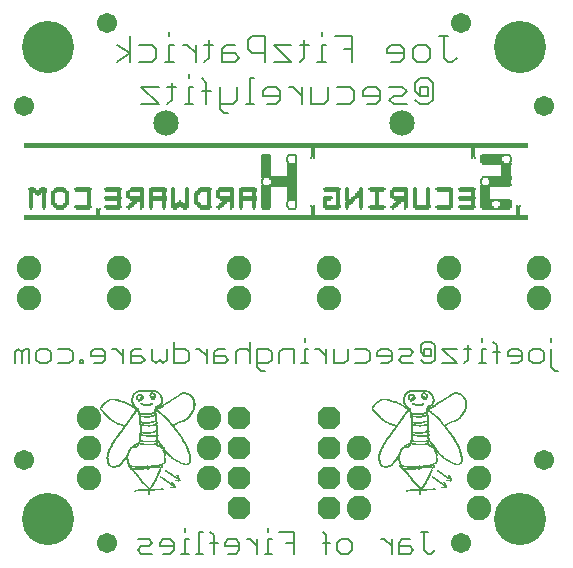
<source format=gbs>
G75*
%MOIN*%
%OFA0B0*%
%FSLAX25Y25*%
%IPPOS*%
%LPD*%
%AMOC8*
5,1,8,0,0,1.08239X$1,22.5*
%
%ADD10C,0.00600*%
%ADD11C,0.00800*%
%ADD12C,0.08477*%
%ADD13C,0.08200*%
%ADD14OC8,0.07600*%
%ADD15R,1.68000X0.00500*%
%ADD16R,0.01500X0.00500*%
%ADD17R,0.09500X0.00500*%
%ADD18R,0.05000X0.00500*%
%ADD19R,0.01000X0.00500*%
%ADD20R,0.00500X0.00500*%
%ADD21R,0.02500X0.00500*%
%ADD22R,0.03500X0.00500*%
%ADD23R,0.03000X0.00500*%
%ADD24R,0.04500X0.00500*%
%ADD25R,0.06000X0.00500*%
%ADD26R,0.02000X0.00500*%
%ADD27R,0.04000X0.00500*%
%ADD28R,0.05500X0.00500*%
%ADD29R,0.10000X0.00500*%
%ADD30R,0.12000X0.00500*%
%ADD31R,0.08000X0.00500*%
%ADD32R,0.07500X0.00500*%
%ADD33R,0.09000X0.00500*%
%ADD34R,0.00354X0.00118*%
%ADD35R,0.00236X0.00118*%
%ADD36R,0.01535X0.00118*%
%ADD37R,0.06850X0.00118*%
%ADD38R,0.07441X0.00118*%
%ADD39R,0.03898X0.00118*%
%ADD40R,0.00827X0.00118*%
%ADD41R,0.00591X0.00118*%
%ADD42R,0.02362X0.00118*%
%ADD43R,0.00709X0.00118*%
%ADD44R,0.00945X0.00118*%
%ADD45R,0.00472X0.00118*%
%ADD46R,0.01299X0.00118*%
%ADD47R,0.01772X0.00118*%
%ADD48R,0.01063X0.00118*%
%ADD49R,0.01181X0.00118*%
%ADD50R,0.01890X0.00118*%
%ADD51R,0.01417X0.00118*%
%ADD52R,0.00118X0.00118*%
%ADD53R,0.02598X0.00118*%
%ADD54R,0.04370X0.00118*%
%ADD55R,0.06024X0.00118*%
%ADD56R,0.03780X0.00118*%
%ADD57R,0.03189X0.00118*%
%ADD58R,0.03543X0.00118*%
%ADD59R,0.09213X0.00118*%
%ADD60R,0.02717X0.00118*%
%ADD61R,0.06496X0.00118*%
%ADD62R,0.03071X0.00118*%
%ADD63R,0.04488X0.00118*%
%ADD64R,0.02126X0.00118*%
%ADD65R,0.02244X0.00118*%
%ADD66R,0.01654X0.00118*%
%ADD67R,0.02835X0.00118*%
%ADD68R,0.05197X0.00118*%
%ADD69R,0.02480X0.00118*%
%ADD70R,0.04843X0.00118*%
%ADD71R,0.02008X0.00118*%
%ADD72R,0.02953X0.00118*%
%ADD73R,0.04252X0.00118*%
%ADD74R,0.05079X0.00118*%
%ADD75R,0.04016X0.00118*%
%ADD76R,0.05669X0.00118*%
%ADD77R,0.03307X0.00118*%
%ADD78R,0.04724X0.00118*%
%ADD79R,0.03661X0.00118*%
%ADD80R,0.03425X0.00118*%
%ADD81R,0.04134X0.00118*%
%ADD82R,0.05787X0.00118*%
%ADD83C,0.06706*%
%ADD84C,0.17398*%
D10*
X0063081Y0022698D02*
X0064294Y0021485D01*
X0067935Y0021485D01*
X0066721Y0023912D02*
X0067935Y0025125D01*
X0066721Y0026339D01*
X0063081Y0026339D01*
X0064294Y0023912D02*
X0066721Y0023912D01*
X0064294Y0023912D02*
X0063081Y0022698D01*
X0070331Y0023912D02*
X0075185Y0023912D01*
X0075185Y0025125D02*
X0075185Y0022698D01*
X0073971Y0021485D01*
X0071545Y0021485D01*
X0070331Y0023912D02*
X0070331Y0025125D01*
X0071545Y0026339D01*
X0073971Y0026339D01*
X0075185Y0025125D01*
X0078805Y0026339D02*
X0078805Y0021485D01*
X0080018Y0021485D02*
X0077592Y0021485D01*
X0082425Y0021485D02*
X0084852Y0021485D01*
X0083639Y0021485D02*
X0083639Y0028765D01*
X0084852Y0028765D01*
X0087259Y0028765D02*
X0088472Y0027552D01*
X0088472Y0021485D01*
X0089685Y0025125D02*
X0087259Y0025125D01*
X0092082Y0025125D02*
X0092082Y0023912D01*
X0096936Y0023912D01*
X0096936Y0025125D02*
X0096936Y0022698D01*
X0095722Y0021485D01*
X0093296Y0021485D01*
X0092082Y0025125D02*
X0093296Y0026339D01*
X0095722Y0026339D01*
X0096936Y0025125D01*
X0099337Y0026339D02*
X0100551Y0026339D01*
X0102978Y0023912D01*
X0102978Y0021485D02*
X0102978Y0026339D01*
X0106598Y0026339D02*
X0106598Y0021485D01*
X0107811Y0021485D02*
X0105384Y0021485D01*
X0106598Y0026339D02*
X0107811Y0026339D01*
X0106598Y0028765D02*
X0106598Y0029979D01*
X0110208Y0028765D02*
X0115061Y0028765D01*
X0115061Y0021485D01*
X0115061Y0025125D02*
X0112635Y0025125D01*
X0124718Y0025125D02*
X0127145Y0025125D01*
X0129542Y0025125D02*
X0129542Y0022698D01*
X0130755Y0021485D01*
X0133182Y0021485D01*
X0134396Y0022698D01*
X0134396Y0025125D01*
X0133182Y0026339D01*
X0130755Y0026339D01*
X0129542Y0025125D01*
X0125932Y0027552D02*
X0124718Y0028765D01*
X0125932Y0027552D02*
X0125932Y0021485D01*
X0144048Y0026339D02*
X0145261Y0026339D01*
X0147688Y0023912D01*
X0150084Y0023912D02*
X0153725Y0023912D01*
X0154938Y0022698D01*
X0153725Y0021485D01*
X0150084Y0021485D01*
X0150084Y0025125D01*
X0151298Y0026339D01*
X0153725Y0026339D01*
X0157335Y0028765D02*
X0159762Y0028765D01*
X0158548Y0028765D02*
X0158548Y0022698D01*
X0159762Y0021485D01*
X0160975Y0021485D01*
X0162188Y0022698D01*
X0147688Y0021485D02*
X0147688Y0026339D01*
X0105384Y0082444D02*
X0104171Y0082444D01*
X0102958Y0083658D01*
X0102958Y0089724D01*
X0106598Y0089724D01*
X0107811Y0088511D01*
X0107811Y0086084D01*
X0106598Y0084871D01*
X0102958Y0084871D01*
X0100561Y0084871D02*
X0100561Y0092151D01*
X0099348Y0089724D02*
X0096921Y0089724D01*
X0095707Y0088511D01*
X0095707Y0084871D01*
X0093311Y0086084D02*
X0092097Y0087298D01*
X0088457Y0087298D01*
X0088457Y0088511D02*
X0088457Y0084871D01*
X0092097Y0084871D01*
X0093311Y0086084D01*
X0092097Y0089724D02*
X0089670Y0089724D01*
X0088457Y0088511D01*
X0086060Y0089724D02*
X0086060Y0084871D01*
X0086060Y0087298D02*
X0083634Y0089724D01*
X0082420Y0089724D01*
X0080018Y0088511D02*
X0078805Y0089724D01*
X0075165Y0089724D01*
X0072768Y0089724D02*
X0072768Y0086084D01*
X0071555Y0084871D01*
X0070341Y0086084D01*
X0069128Y0084871D01*
X0067915Y0086084D01*
X0067915Y0089724D01*
X0064304Y0089724D02*
X0061878Y0089724D01*
X0060664Y0088511D01*
X0060664Y0084871D01*
X0064304Y0084871D01*
X0065518Y0086084D01*
X0064304Y0087298D01*
X0060664Y0087298D01*
X0058268Y0087298D02*
X0055841Y0089724D01*
X0054627Y0089724D01*
X0052226Y0088511D02*
X0051012Y0089724D01*
X0048586Y0089724D01*
X0047372Y0088511D01*
X0047372Y0087298D01*
X0052226Y0087298D01*
X0052226Y0088511D02*
X0052226Y0086084D01*
X0051012Y0084871D01*
X0048586Y0084871D01*
X0044975Y0084871D02*
X0044975Y0086084D01*
X0043762Y0086084D01*
X0043762Y0084871D01*
X0044975Y0084871D01*
X0041350Y0086084D02*
X0041350Y0088511D01*
X0040137Y0089724D01*
X0036497Y0089724D01*
X0034100Y0088511D02*
X0034100Y0086084D01*
X0032887Y0084871D01*
X0030460Y0084871D01*
X0029246Y0086084D01*
X0029246Y0088511D01*
X0030460Y0089724D01*
X0032887Y0089724D01*
X0034100Y0088511D01*
X0036497Y0084871D02*
X0040137Y0084871D01*
X0041350Y0086084D01*
X0026850Y0084871D02*
X0026850Y0089724D01*
X0025636Y0089724D01*
X0024423Y0088511D01*
X0023210Y0089724D01*
X0021996Y0088511D01*
X0021996Y0084871D01*
X0024423Y0084871D02*
X0024423Y0088511D01*
X0058268Y0089724D02*
X0058268Y0084871D01*
X0075165Y0084871D02*
X0078805Y0084871D01*
X0080018Y0086084D01*
X0080018Y0088511D01*
X0075165Y0092151D02*
X0075165Y0084871D01*
X0099348Y0089724D02*
X0100561Y0088511D01*
X0110208Y0088511D02*
X0110208Y0084871D01*
X0110208Y0088511D02*
X0111421Y0089724D01*
X0115061Y0089724D01*
X0115061Y0084871D01*
X0117468Y0084871D02*
X0119895Y0084871D01*
X0118682Y0084871D02*
X0118682Y0089724D01*
X0119895Y0089724D01*
X0122297Y0089724D02*
X0123510Y0089724D01*
X0125937Y0087298D01*
X0125937Y0089724D02*
X0125937Y0084871D01*
X0128334Y0084871D02*
X0128334Y0089724D01*
X0133187Y0089724D02*
X0133187Y0086084D01*
X0131974Y0084871D01*
X0128334Y0084871D01*
X0135584Y0084871D02*
X0139224Y0084871D01*
X0140437Y0086084D01*
X0140437Y0088511D01*
X0139224Y0089724D01*
X0135584Y0089724D01*
X0142834Y0088511D02*
X0142834Y0087298D01*
X0147688Y0087298D01*
X0147688Y0088511D02*
X0146474Y0089724D01*
X0144048Y0089724D01*
X0142834Y0088511D01*
X0144048Y0084871D02*
X0146474Y0084871D01*
X0147688Y0086084D01*
X0147688Y0088511D01*
X0150085Y0089724D02*
X0153725Y0089724D01*
X0154938Y0088511D01*
X0153725Y0087298D01*
X0151298Y0087298D01*
X0150085Y0086084D01*
X0151298Y0084871D01*
X0154938Y0084871D01*
X0157335Y0086084D02*
X0158548Y0084871D01*
X0160975Y0084871D01*
X0162188Y0086084D01*
X0162188Y0090938D01*
X0160975Y0092151D01*
X0158548Y0092151D01*
X0157335Y0090938D01*
X0157335Y0088511D01*
X0158548Y0087298D01*
X0158548Y0089724D01*
X0160975Y0089724D01*
X0160975Y0087298D01*
X0158548Y0087298D01*
X0164585Y0089724D02*
X0169439Y0084871D01*
X0164585Y0084871D01*
X0164585Y0089724D02*
X0169439Y0089724D01*
X0171845Y0089724D02*
X0174272Y0089724D01*
X0173059Y0090938D02*
X0173059Y0086084D01*
X0171845Y0084871D01*
X0176679Y0084871D02*
X0179106Y0084871D01*
X0177892Y0084871D02*
X0177892Y0089724D01*
X0179106Y0089724D01*
X0181512Y0088511D02*
X0183939Y0088511D01*
X0186336Y0088511D02*
X0187549Y0089724D01*
X0189976Y0089724D01*
X0191189Y0088511D01*
X0191189Y0086084D01*
X0189976Y0084871D01*
X0187549Y0084871D01*
X0186336Y0087298D02*
X0191189Y0087298D01*
X0193586Y0086084D02*
X0193586Y0088511D01*
X0194800Y0089724D01*
X0197226Y0089724D01*
X0198440Y0088511D01*
X0198440Y0086084D01*
X0197226Y0084871D01*
X0194800Y0084871D01*
X0193586Y0086084D01*
X0186336Y0087298D02*
X0186336Y0088511D01*
X0182726Y0090938D02*
X0182726Y0084871D01*
X0182726Y0090938D02*
X0181512Y0092151D01*
X0177892Y0092151D02*
X0177892Y0093364D01*
X0200847Y0093364D02*
X0200847Y0092151D01*
X0200847Y0089724D02*
X0200847Y0083658D01*
X0202060Y0082444D01*
X0203273Y0082444D01*
X0118682Y0092151D02*
X0118682Y0093364D01*
X0078805Y0029979D02*
X0078805Y0028765D01*
X0078805Y0026339D02*
X0080018Y0026339D01*
D11*
X0091783Y0168306D02*
X0090340Y0169749D01*
X0090340Y0176962D01*
X0087410Y0175519D02*
X0084525Y0175519D01*
X0085968Y0178405D02*
X0084525Y0179848D01*
X0085968Y0178405D02*
X0085968Y0171191D01*
X0081610Y0171191D02*
X0078725Y0171191D01*
X0080167Y0171191D02*
X0080167Y0176962D01*
X0081610Y0176962D01*
X0080167Y0179848D02*
X0080167Y0181290D01*
X0082335Y0185365D02*
X0082335Y0191135D01*
X0082335Y0188250D02*
X0079450Y0191135D01*
X0078007Y0191135D01*
X0075085Y0191135D02*
X0073642Y0191135D01*
X0073642Y0185365D01*
X0075085Y0185365D02*
X0072199Y0185365D01*
X0069285Y0186807D02*
X0067842Y0185365D01*
X0063514Y0185365D01*
X0060584Y0185365D02*
X0060584Y0194021D01*
X0063514Y0191135D02*
X0067842Y0191135D01*
X0069285Y0189693D01*
X0069285Y0186807D01*
X0073642Y0194021D02*
X0073642Y0195463D01*
X0060584Y0188250D02*
X0056256Y0191135D01*
X0060584Y0188250D02*
X0056256Y0185365D01*
X0064239Y0176962D02*
X0070010Y0171191D01*
X0064239Y0171191D01*
X0064239Y0176962D02*
X0070010Y0176962D01*
X0072924Y0176962D02*
X0075810Y0176962D01*
X0074367Y0178405D02*
X0074367Y0172634D01*
X0072924Y0171191D01*
X0085250Y0185365D02*
X0086693Y0186807D01*
X0086693Y0192578D01*
X0088135Y0191135D02*
X0085250Y0191135D01*
X0091065Y0189693D02*
X0091065Y0185365D01*
X0095393Y0185365D01*
X0096836Y0186807D01*
X0095393Y0188250D01*
X0091065Y0188250D01*
X0091065Y0189693D02*
X0092508Y0191135D01*
X0095393Y0191135D01*
X0099765Y0189693D02*
X0101208Y0188250D01*
X0105536Y0188250D01*
X0108466Y0191135D02*
X0114236Y0185365D01*
X0108466Y0185365D01*
X0105536Y0185365D02*
X0105536Y0194021D01*
X0101208Y0194021D01*
X0099765Y0192578D01*
X0099765Y0189693D01*
X0108466Y0191135D02*
X0114236Y0191135D01*
X0117151Y0191135D02*
X0120037Y0191135D01*
X0118594Y0192578D02*
X0118594Y0186807D01*
X0117151Y0185365D01*
X0122951Y0185365D02*
X0125837Y0185365D01*
X0124394Y0185365D02*
X0124394Y0191135D01*
X0125837Y0191135D01*
X0124394Y0194021D02*
X0124394Y0195463D01*
X0128766Y0194021D02*
X0134537Y0194021D01*
X0134537Y0185365D01*
X0134537Y0189693D02*
X0131652Y0189693D01*
X0129491Y0176962D02*
X0133820Y0176962D01*
X0135262Y0175519D01*
X0135262Y0172634D01*
X0133820Y0171191D01*
X0129491Y0171191D01*
X0126562Y0172634D02*
X0125119Y0171191D01*
X0120791Y0171191D01*
X0120791Y0176962D01*
X0117862Y0176962D02*
X0117862Y0171191D01*
X0117862Y0174077D02*
X0114976Y0176962D01*
X0113533Y0176962D01*
X0110611Y0175519D02*
X0109169Y0176962D01*
X0106283Y0176962D01*
X0104840Y0175519D01*
X0104840Y0174077D01*
X0110611Y0174077D01*
X0110611Y0175519D02*
X0110611Y0172634D01*
X0109169Y0171191D01*
X0106283Y0171191D01*
X0101911Y0171191D02*
X0099025Y0171191D01*
X0100468Y0171191D02*
X0100468Y0179848D01*
X0101911Y0179848D01*
X0096111Y0176962D02*
X0096111Y0172634D01*
X0094668Y0171191D01*
X0090340Y0171191D01*
X0091783Y0168306D02*
X0093225Y0168306D01*
X0126562Y0172634D02*
X0126562Y0176962D01*
X0138192Y0175519D02*
X0138192Y0174077D01*
X0143963Y0174077D01*
X0143963Y0175519D02*
X0143963Y0172634D01*
X0142520Y0171191D01*
X0139634Y0171191D01*
X0138192Y0175519D02*
X0139634Y0176962D01*
X0142520Y0176962D01*
X0143963Y0175519D01*
X0146892Y0176962D02*
X0151220Y0176962D01*
X0152663Y0175519D01*
X0151220Y0174077D01*
X0148335Y0174077D01*
X0146892Y0172634D01*
X0148335Y0171191D01*
X0152663Y0171191D01*
X0155592Y0172634D02*
X0157035Y0171191D01*
X0159921Y0171191D01*
X0161363Y0172634D01*
X0161363Y0178405D01*
X0159921Y0179848D01*
X0157035Y0179848D01*
X0155592Y0178405D01*
X0155592Y0175519D01*
X0157035Y0174077D01*
X0157035Y0176962D01*
X0159921Y0176962D01*
X0159921Y0174077D01*
X0157035Y0174077D01*
X0156310Y0185365D02*
X0154867Y0186807D01*
X0154867Y0189693D01*
X0156310Y0191135D01*
X0159196Y0191135D01*
X0160638Y0189693D01*
X0160638Y0186807D01*
X0159196Y0185365D01*
X0156310Y0185365D01*
X0151938Y0186807D02*
X0151938Y0189693D01*
X0150495Y0191135D01*
X0147610Y0191135D01*
X0146167Y0189693D01*
X0146167Y0188250D01*
X0151938Y0188250D01*
X0151938Y0186807D02*
X0150495Y0185365D01*
X0147610Y0185365D01*
X0165010Y0186807D02*
X0165010Y0194021D01*
X0163568Y0194021D02*
X0166453Y0194021D01*
X0165010Y0186807D02*
X0166453Y0185365D01*
X0167896Y0185365D01*
X0169339Y0186807D01*
D12*
X0151106Y0164886D03*
X0072366Y0164886D03*
D13*
X0056736Y0116736D03*
X0056736Y0106736D03*
X0026736Y0106736D03*
X0026736Y0116736D03*
X0046736Y0066736D03*
X0046736Y0056736D03*
X0046736Y0046736D03*
X0086736Y0046736D03*
X0086736Y0056736D03*
X0086736Y0066736D03*
X0096736Y0106736D03*
X0096736Y0116736D03*
X0126736Y0116736D03*
X0126736Y0106736D03*
X0166736Y0106736D03*
X0166736Y0116736D03*
X0196736Y0116736D03*
X0196736Y0106736D03*
X0176736Y0056736D03*
X0176736Y0046736D03*
X0176736Y0036736D03*
X0136736Y0036736D03*
X0136736Y0046736D03*
X0136736Y0056736D03*
D14*
X0126736Y0056736D03*
X0126736Y0066736D03*
X0126736Y0046736D03*
X0126736Y0036736D03*
X0096736Y0036736D03*
X0096736Y0046736D03*
X0096736Y0056736D03*
X0096736Y0066736D03*
D15*
X0109163Y0132921D03*
X0109163Y0133421D03*
X0109163Y0133921D03*
X0109163Y0156921D03*
X0109163Y0157421D03*
X0109163Y0157921D03*
D16*
X0121413Y0156421D03*
X0121413Y0155921D03*
X0121413Y0155421D03*
X0121413Y0154921D03*
X0121413Y0154421D03*
X0121413Y0153921D03*
X0129913Y0141921D03*
X0129913Y0141421D03*
X0129913Y0140921D03*
X0129913Y0140421D03*
X0129913Y0139921D03*
X0129913Y0139421D03*
X0129913Y0138921D03*
X0129913Y0138421D03*
X0129913Y0137921D03*
X0132913Y0137421D03*
X0132913Y0136921D03*
X0132913Y0139921D03*
X0132913Y0140421D03*
X0132913Y0140921D03*
X0132913Y0141421D03*
X0132913Y0141921D03*
X0132913Y0142421D03*
X0132913Y0142921D03*
X0137413Y0142921D03*
X0137413Y0142421D03*
X0137413Y0139921D03*
X0137413Y0139421D03*
X0137413Y0138921D03*
X0137413Y0138421D03*
X0137413Y0137921D03*
X0137413Y0137421D03*
X0137413Y0136921D03*
X0142913Y0137921D03*
X0142913Y0138421D03*
X0142913Y0138921D03*
X0142913Y0139421D03*
X0142913Y0139921D03*
X0142913Y0140421D03*
X0142913Y0140921D03*
X0142913Y0141421D03*
X0142913Y0141921D03*
X0147913Y0141921D03*
X0147913Y0141421D03*
X0147913Y0140921D03*
X0152413Y0140921D03*
X0152413Y0141421D03*
X0152413Y0141921D03*
X0155413Y0141921D03*
X0155413Y0141421D03*
X0155413Y0140921D03*
X0155413Y0140421D03*
X0155413Y0139921D03*
X0155413Y0139421D03*
X0155413Y0138921D03*
X0155413Y0138421D03*
X0155413Y0137921D03*
X0152413Y0137921D03*
X0152413Y0137421D03*
X0152413Y0136921D03*
X0152413Y0138421D03*
X0155413Y0142421D03*
X0155413Y0142921D03*
X0159913Y0142921D03*
X0159913Y0142421D03*
X0159913Y0141921D03*
X0159913Y0141421D03*
X0159913Y0140921D03*
X0159913Y0140421D03*
X0159913Y0139921D03*
X0159913Y0139421D03*
X0159913Y0138921D03*
X0159913Y0138421D03*
X0159913Y0137921D03*
X0167413Y0137921D03*
X0167413Y0138421D03*
X0167413Y0138921D03*
X0167413Y0139421D03*
X0167413Y0139921D03*
X0167413Y0140421D03*
X0167413Y0140921D03*
X0167413Y0141421D03*
X0167413Y0141921D03*
X0174913Y0141921D03*
X0174913Y0141421D03*
X0174913Y0140921D03*
X0174913Y0138921D03*
X0174913Y0138421D03*
X0174913Y0137921D03*
X0189913Y0136921D03*
X0189913Y0136421D03*
X0189913Y0135921D03*
X0189913Y0135421D03*
X0189913Y0134921D03*
X0189913Y0134421D03*
X0174913Y0153921D03*
X0174913Y0154421D03*
X0174913Y0154921D03*
X0174913Y0155421D03*
X0174913Y0155921D03*
X0174913Y0156421D03*
X0125413Y0138921D03*
X0125413Y0138421D03*
X0125413Y0137921D03*
X0121413Y0136921D03*
X0121413Y0136421D03*
X0121413Y0135921D03*
X0121413Y0135421D03*
X0121413Y0134921D03*
X0121413Y0134421D03*
X0101913Y0136921D03*
X0101913Y0137421D03*
X0101913Y0137921D03*
X0101913Y0138421D03*
X0101913Y0138921D03*
X0101913Y0140921D03*
X0101913Y0141421D03*
X0101913Y0141921D03*
X0097413Y0141921D03*
X0097413Y0141421D03*
X0097413Y0140921D03*
X0097413Y0138921D03*
X0097413Y0138421D03*
X0097413Y0137921D03*
X0097413Y0137421D03*
X0097413Y0136921D03*
X0094413Y0136921D03*
X0094413Y0137421D03*
X0094413Y0137921D03*
X0094413Y0138421D03*
X0094413Y0140921D03*
X0094413Y0141421D03*
X0094413Y0141921D03*
X0089913Y0141921D03*
X0089913Y0141421D03*
X0089913Y0140921D03*
X0086913Y0140921D03*
X0086913Y0140421D03*
X0086913Y0139921D03*
X0086913Y0139421D03*
X0086913Y0138921D03*
X0086913Y0138421D03*
X0086913Y0137921D03*
X0086913Y0141421D03*
X0086913Y0141921D03*
X0082413Y0140921D03*
X0082413Y0140421D03*
X0082413Y0139921D03*
X0082413Y0139421D03*
X0082413Y0138921D03*
X0079413Y0138921D03*
X0079413Y0138421D03*
X0079413Y0139421D03*
X0079413Y0139921D03*
X0079413Y0140421D03*
X0079413Y0140921D03*
X0079413Y0141421D03*
X0079413Y0141921D03*
X0079413Y0142421D03*
X0079413Y0142921D03*
X0074913Y0142921D03*
X0074913Y0142421D03*
X0074913Y0141921D03*
X0074913Y0141421D03*
X0074913Y0140921D03*
X0074913Y0140421D03*
X0074913Y0139921D03*
X0074913Y0139421D03*
X0074913Y0138921D03*
X0074913Y0138421D03*
X0075413Y0136421D03*
X0071913Y0136921D03*
X0071913Y0137421D03*
X0071913Y0137921D03*
X0071913Y0138421D03*
X0071913Y0138921D03*
X0071913Y0140921D03*
X0071913Y0141421D03*
X0071913Y0141921D03*
X0067413Y0141921D03*
X0067413Y0141421D03*
X0067413Y0140921D03*
X0067413Y0138921D03*
X0067413Y0138421D03*
X0067413Y0137921D03*
X0067413Y0137421D03*
X0067413Y0136921D03*
X0064413Y0136921D03*
X0064413Y0137421D03*
X0064413Y0137921D03*
X0064413Y0138421D03*
X0064413Y0140921D03*
X0064413Y0141421D03*
X0064413Y0141921D03*
X0059913Y0141921D03*
X0059913Y0141421D03*
X0059913Y0140921D03*
X0056913Y0140921D03*
X0056913Y0141421D03*
X0056913Y0141921D03*
X0056913Y0138921D03*
X0056913Y0138421D03*
X0056913Y0137921D03*
X0049913Y0135921D03*
X0049913Y0135421D03*
X0049913Y0134921D03*
X0049913Y0134421D03*
X0046913Y0137921D03*
X0046913Y0138421D03*
X0046913Y0138921D03*
X0046913Y0139421D03*
X0046913Y0139921D03*
X0046913Y0140421D03*
X0046913Y0140921D03*
X0046913Y0141421D03*
X0046913Y0141921D03*
X0039413Y0141421D03*
X0039413Y0140921D03*
X0039413Y0140421D03*
X0039413Y0139921D03*
X0039413Y0139421D03*
X0039413Y0138921D03*
X0039413Y0138421D03*
X0034913Y0138421D03*
X0034913Y0138921D03*
X0034913Y0139421D03*
X0034913Y0139921D03*
X0034913Y0140421D03*
X0034913Y0140921D03*
X0034913Y0141421D03*
X0031913Y0141421D03*
X0031913Y0140921D03*
X0031913Y0140421D03*
X0031913Y0139921D03*
X0031913Y0139421D03*
X0031913Y0138921D03*
X0031913Y0138421D03*
X0031913Y0137921D03*
X0031913Y0137421D03*
X0031913Y0136921D03*
X0027413Y0136921D03*
X0027413Y0137421D03*
X0027413Y0137921D03*
X0027413Y0138421D03*
X0027413Y0138921D03*
X0027413Y0139421D03*
X0027413Y0139921D03*
X0027413Y0140421D03*
X0027413Y0140921D03*
X0027413Y0141421D03*
X0027913Y0143421D03*
X0031413Y0143421D03*
X0078913Y0136421D03*
D17*
X0111413Y0144421D03*
X0111413Y0146421D03*
X0182413Y0154421D03*
X0182413Y0136421D03*
D18*
X0172663Y0136421D03*
X0172663Y0143421D03*
X0165163Y0143421D03*
X0165163Y0136421D03*
X0157663Y0136421D03*
X0150663Y0139421D03*
X0142663Y0137421D03*
X0142663Y0136421D03*
X0142663Y0142421D03*
X0142663Y0143421D03*
X0127663Y0143421D03*
X0127663Y0136421D03*
X0099663Y0143421D03*
X0092663Y0139421D03*
X0085163Y0137421D03*
X0085163Y0142421D03*
X0069663Y0143421D03*
X0062663Y0142921D03*
X0062663Y0139421D03*
X0054663Y0136421D03*
X0054663Y0143421D03*
X0044663Y0143421D03*
X0044663Y0136421D03*
X0037163Y0137421D03*
X0037163Y0142421D03*
D19*
X0029663Y0140921D03*
X0060163Y0136421D03*
X0064163Y0136421D03*
X0077163Y0138921D03*
X0090163Y0136421D03*
X0094163Y0136421D03*
X0104663Y0144421D03*
X0104663Y0146421D03*
X0113163Y0151921D03*
X0113163Y0153921D03*
X0115663Y0153921D03*
X0115663Y0151921D03*
X0115663Y0138921D03*
X0115663Y0136921D03*
X0113163Y0136921D03*
X0113163Y0138921D03*
X0148163Y0136421D03*
X0152163Y0136421D03*
X0177663Y0144421D03*
X0177663Y0146421D03*
X0187163Y0151921D03*
X0187163Y0153921D03*
D20*
X0187413Y0153421D03*
X0187413Y0152921D03*
X0187413Y0152421D03*
X0177413Y0145921D03*
X0177413Y0145421D03*
X0177413Y0144921D03*
X0175413Y0153421D03*
X0174413Y0153421D03*
X0159913Y0143421D03*
X0155413Y0143421D03*
X0137413Y0143421D03*
X0132913Y0143421D03*
X0132913Y0136421D03*
X0137413Y0136421D03*
X0121913Y0137421D03*
X0120913Y0137421D03*
X0115913Y0137421D03*
X0115913Y0137921D03*
X0115913Y0138421D03*
X0112913Y0138421D03*
X0112913Y0137921D03*
X0112913Y0137421D03*
X0104413Y0144921D03*
X0104413Y0145421D03*
X0104413Y0145921D03*
X0101913Y0136421D03*
X0097413Y0136421D03*
X0112913Y0152421D03*
X0112913Y0152921D03*
X0112913Y0153421D03*
X0115913Y0153421D03*
X0115913Y0152921D03*
X0115913Y0152421D03*
X0120913Y0153421D03*
X0121913Y0153421D03*
X0079413Y0143421D03*
X0074913Y0143421D03*
X0071913Y0136421D03*
X0067413Y0136421D03*
X0050413Y0136421D03*
X0049413Y0136421D03*
X0031913Y0136421D03*
X0027413Y0136421D03*
X0189413Y0137421D03*
X0190413Y0137421D03*
D21*
X0136913Y0141421D03*
X0133413Y0138421D03*
X0126413Y0140421D03*
X0114413Y0136421D03*
X0105913Y0136421D03*
X0105913Y0154421D03*
X0114413Y0154421D03*
X0078913Y0136921D03*
X0075413Y0136921D03*
X0031413Y0142921D03*
X0027913Y0142921D03*
D22*
X0085413Y0143421D03*
X0085413Y0136421D03*
X0105913Y0136921D03*
X0105913Y0137421D03*
X0105913Y0137921D03*
X0105913Y0138421D03*
X0105913Y0138921D03*
X0105913Y0139421D03*
X0105913Y0139921D03*
X0105913Y0140421D03*
X0105913Y0140921D03*
X0105913Y0141421D03*
X0105913Y0141921D03*
X0105913Y0142421D03*
X0105913Y0142921D03*
X0105913Y0143421D03*
X0105913Y0147421D03*
X0105913Y0147921D03*
X0105913Y0148421D03*
X0105913Y0148921D03*
X0105913Y0149421D03*
X0105913Y0149921D03*
X0105913Y0150421D03*
X0105913Y0150921D03*
X0105913Y0151421D03*
X0105913Y0151921D03*
X0105913Y0152421D03*
X0105913Y0152921D03*
X0105913Y0153421D03*
X0105913Y0153921D03*
X0114413Y0151421D03*
X0114413Y0150921D03*
X0114413Y0150421D03*
X0114413Y0149921D03*
X0114413Y0149421D03*
X0114413Y0148921D03*
X0114413Y0148421D03*
X0114413Y0147921D03*
X0114413Y0147421D03*
X0114413Y0143421D03*
X0114413Y0142921D03*
X0114413Y0142421D03*
X0114413Y0141921D03*
X0114413Y0141421D03*
X0114413Y0140921D03*
X0114413Y0140421D03*
X0114413Y0139921D03*
X0114413Y0139421D03*
X0126413Y0139921D03*
X0133913Y0139421D03*
X0136413Y0140421D03*
X0178913Y0140421D03*
X0178913Y0139921D03*
X0178913Y0140921D03*
X0178913Y0141421D03*
X0178913Y0141921D03*
X0178913Y0142421D03*
X0178913Y0142921D03*
X0178913Y0143421D03*
X0185913Y0147421D03*
X0185913Y0147921D03*
X0185913Y0148421D03*
X0185913Y0148921D03*
X0185913Y0149421D03*
X0185913Y0149921D03*
X0185913Y0150421D03*
X0185913Y0150921D03*
D23*
X0136663Y0140921D03*
X0133663Y0138921D03*
X0126163Y0139421D03*
X0037163Y0136421D03*
X0037163Y0143421D03*
D24*
X0085413Y0142921D03*
X0085413Y0136921D03*
X0092413Y0143421D03*
X0150413Y0143421D03*
X0179413Y0138921D03*
X0179413Y0136921D03*
X0185413Y0136921D03*
X0185413Y0138921D03*
D25*
X0172663Y0139921D03*
X0172663Y0136921D03*
X0172663Y0142921D03*
X0165163Y0142921D03*
X0165163Y0136921D03*
X0157663Y0136921D03*
X0157663Y0137421D03*
X0150163Y0140421D03*
X0150163Y0142421D03*
X0142663Y0142921D03*
X0142663Y0136921D03*
X0127663Y0136921D03*
X0127663Y0137421D03*
X0127663Y0142921D03*
X0099663Y0142921D03*
X0099663Y0142421D03*
X0099663Y0140421D03*
X0099663Y0139921D03*
X0099663Y0139421D03*
X0092163Y0140421D03*
X0092163Y0142421D03*
X0077163Y0137921D03*
X0077163Y0137421D03*
X0069663Y0139421D03*
X0069663Y0139921D03*
X0069663Y0140421D03*
X0069663Y0142421D03*
X0069663Y0142921D03*
X0062163Y0140421D03*
X0054663Y0139921D03*
X0054663Y0136921D03*
X0054663Y0142921D03*
X0044663Y0142921D03*
X0044663Y0136921D03*
X0029663Y0141921D03*
X0029663Y0142421D03*
D26*
X0029663Y0141421D03*
X0035163Y0141921D03*
X0035163Y0137921D03*
X0039163Y0137921D03*
X0039163Y0141921D03*
X0060163Y0136921D03*
X0060663Y0137421D03*
X0061163Y0137921D03*
X0061663Y0138421D03*
X0077163Y0138421D03*
X0082663Y0138421D03*
X0083163Y0137921D03*
X0082663Y0141421D03*
X0083163Y0141921D03*
X0090163Y0136921D03*
X0090663Y0137421D03*
X0091163Y0137921D03*
X0091663Y0138421D03*
X0133163Y0137921D03*
X0135163Y0139921D03*
X0137163Y0141921D03*
X0148163Y0136921D03*
X0148663Y0137421D03*
X0149163Y0137921D03*
X0149663Y0138421D03*
D27*
X0151163Y0138921D03*
X0179163Y0138421D03*
X0179163Y0137921D03*
X0179163Y0137421D03*
X0185663Y0137421D03*
X0185663Y0137921D03*
X0185663Y0138421D03*
X0093163Y0138921D03*
X0063163Y0138921D03*
X0062663Y0143421D03*
X0037163Y0142921D03*
X0037163Y0136921D03*
D28*
X0044913Y0137421D03*
X0044913Y0142421D03*
X0054913Y0142421D03*
X0054913Y0140421D03*
X0054913Y0139421D03*
X0054913Y0137421D03*
X0062413Y0139921D03*
X0062413Y0142421D03*
X0092413Y0142921D03*
X0092413Y0139921D03*
X0127913Y0142421D03*
X0150413Y0142921D03*
X0150413Y0139921D03*
X0165413Y0137421D03*
X0165413Y0142421D03*
X0172913Y0142421D03*
X0172913Y0140421D03*
X0172913Y0139421D03*
X0172913Y0137421D03*
D29*
X0182163Y0139421D03*
X0182163Y0143921D03*
X0182663Y0146921D03*
X0182663Y0151421D03*
D30*
X0110163Y0146921D03*
X0110163Y0143921D03*
D31*
X0181163Y0151921D03*
X0181163Y0153921D03*
X0183663Y0146421D03*
X0183663Y0144421D03*
D32*
X0183913Y0144921D03*
X0183913Y0145421D03*
X0183913Y0145921D03*
X0180913Y0152421D03*
X0180913Y0152921D03*
X0180913Y0153421D03*
D33*
X0111663Y0145921D03*
X0111663Y0145421D03*
X0111663Y0144921D03*
D34*
X0152091Y0073941D03*
X0151854Y0073114D03*
X0151854Y0072996D03*
X0151854Y0072878D03*
X0151854Y0072287D03*
X0151854Y0071933D03*
X0151854Y0071815D03*
X0154689Y0073350D03*
X0157878Y0074413D03*
X0157760Y0075476D03*
X0154217Y0067445D03*
X0154335Y0066736D03*
X0154335Y0066500D03*
X0154335Y0066382D03*
X0154453Y0065673D03*
X0154453Y0065555D03*
X0154453Y0065437D03*
X0154453Y0064728D03*
X0154571Y0064020D03*
X0154571Y0063902D03*
X0154571Y0063783D03*
X0154571Y0063665D03*
X0154571Y0063547D03*
X0154571Y0063429D03*
X0154571Y0063311D03*
X0154571Y0063193D03*
X0154571Y0063075D03*
X0154571Y0062957D03*
X0154571Y0062839D03*
X0154571Y0062720D03*
X0154571Y0062484D03*
X0154571Y0062366D03*
X0154571Y0061539D03*
X0154453Y0060713D03*
X0154453Y0060594D03*
X0154453Y0060476D03*
X0154453Y0060358D03*
X0154453Y0060240D03*
X0154453Y0060122D03*
X0154453Y0060004D03*
X0154453Y0059886D03*
X0154453Y0059768D03*
X0154217Y0058587D03*
X0159886Y0062602D03*
X0159886Y0062720D03*
X0159886Y0062839D03*
X0159886Y0062957D03*
X0159886Y0063075D03*
X0159886Y0063193D03*
X0159886Y0063311D03*
X0159886Y0063429D03*
X0159886Y0063547D03*
X0159886Y0063665D03*
X0159886Y0063783D03*
X0159886Y0063902D03*
X0159886Y0064020D03*
X0159886Y0064728D03*
X0159886Y0064846D03*
X0159886Y0064965D03*
X0159886Y0065083D03*
X0159768Y0066028D03*
X0159768Y0066146D03*
X0159768Y0066264D03*
X0159768Y0066382D03*
X0159768Y0066500D03*
X0159768Y0066618D03*
X0164965Y0064256D03*
X0165437Y0063665D03*
X0165555Y0063547D03*
X0165673Y0063429D03*
X0165673Y0063311D03*
X0165791Y0063193D03*
X0165909Y0063075D03*
X0166028Y0062957D03*
X0166146Y0062720D03*
X0166264Y0062602D03*
X0166854Y0061894D03*
X0166972Y0061776D03*
X0167091Y0061539D03*
X0167209Y0061421D03*
X0167563Y0060949D03*
X0167681Y0060831D03*
X0167799Y0060594D03*
X0167917Y0060476D03*
X0168035Y0060358D03*
X0168272Y0060004D03*
X0168390Y0059886D03*
X0168390Y0059768D03*
X0168508Y0059650D03*
X0168508Y0059531D03*
X0168626Y0059413D03*
X0168744Y0059177D03*
X0168744Y0059059D03*
X0168862Y0058941D03*
X0168862Y0058823D03*
X0168980Y0058705D03*
X0169098Y0058469D03*
X0169217Y0058232D03*
X0169335Y0058114D03*
X0169335Y0057996D03*
X0169453Y0057878D03*
X0169571Y0057760D03*
X0169571Y0057642D03*
X0169689Y0057524D03*
X0169807Y0057287D03*
X0169925Y0057051D03*
X0170043Y0056815D03*
X0170043Y0056697D03*
X0170161Y0056579D03*
X0170161Y0056461D03*
X0170280Y0056343D03*
X0170280Y0056224D03*
X0170398Y0056106D03*
X0170398Y0055988D03*
X0170398Y0055870D03*
X0170398Y0055752D03*
X0170516Y0055634D03*
X0170516Y0055516D03*
X0170516Y0055398D03*
X0170634Y0055280D03*
X0170634Y0055161D03*
X0170634Y0055043D03*
X0170752Y0054925D03*
X0170752Y0054807D03*
X0170752Y0054689D03*
X0170752Y0054571D03*
X0170870Y0054453D03*
X0170870Y0054335D03*
X0170870Y0054217D03*
X0170870Y0054098D03*
X0170870Y0053980D03*
X0170870Y0053862D03*
X0170870Y0053744D03*
X0170988Y0053626D03*
X0170988Y0053508D03*
X0170988Y0053390D03*
X0170988Y0053272D03*
X0170988Y0053154D03*
X0171106Y0052917D03*
X0171106Y0052799D03*
X0171106Y0052681D03*
X0171106Y0052563D03*
X0171106Y0052445D03*
X0171106Y0052327D03*
X0170988Y0051972D03*
X0170988Y0051854D03*
X0170870Y0051618D03*
X0166854Y0047366D03*
X0165083Y0045122D03*
X0165083Y0045004D03*
X0165319Y0044768D03*
X0165437Y0044531D03*
X0163193Y0048902D03*
X0161776Y0050319D03*
X0161067Y0049020D03*
X0160949Y0048783D03*
X0160831Y0048547D03*
X0160831Y0048429D03*
X0160713Y0048311D03*
X0160594Y0048075D03*
X0160476Y0047839D03*
X0160476Y0047720D03*
X0160358Y0047602D03*
X0160358Y0047484D03*
X0160240Y0047366D03*
X0160240Y0047248D03*
X0160122Y0047130D03*
X0160122Y0047012D03*
X0160004Y0046894D03*
X0160004Y0046776D03*
X0159886Y0046657D03*
X0159886Y0046539D03*
X0159768Y0046421D03*
X0159768Y0046303D03*
X0159650Y0046185D03*
X0159650Y0046067D03*
X0159531Y0045949D03*
X0159531Y0045831D03*
X0159413Y0045713D03*
X0159413Y0045594D03*
X0159295Y0045476D03*
X0159295Y0045358D03*
X0159177Y0045122D03*
X0159059Y0044886D03*
X0158941Y0044650D03*
X0158823Y0044531D03*
X0158823Y0044413D03*
X0158705Y0044295D03*
X0158587Y0044059D03*
X0158469Y0043941D03*
X0158350Y0043705D03*
X0158232Y0043587D03*
X0156815Y0043587D03*
X0157287Y0042051D03*
X0157287Y0041933D03*
X0157287Y0041815D03*
X0157287Y0041697D03*
X0157287Y0041579D03*
X0157287Y0041461D03*
X0157287Y0041343D03*
X0157287Y0041224D03*
X0157287Y0041106D03*
X0157287Y0040988D03*
X0157287Y0040870D03*
X0155516Y0044768D03*
X0155398Y0044886D03*
X0155280Y0045004D03*
X0155161Y0045122D03*
X0155043Y0045240D03*
X0154925Y0045358D03*
X0154925Y0045476D03*
X0154807Y0045594D03*
X0154689Y0045713D03*
X0154571Y0045831D03*
X0154571Y0045949D03*
X0154453Y0046067D03*
X0154335Y0046185D03*
X0154335Y0046303D03*
X0154217Y0046421D03*
X0154098Y0046539D03*
X0154098Y0046657D03*
X0153980Y0046776D03*
X0153862Y0046894D03*
X0153744Y0047012D03*
X0153626Y0047130D03*
X0153626Y0047248D03*
X0153508Y0047366D03*
X0152799Y0048075D03*
X0153508Y0049728D03*
X0150555Y0050555D03*
X0150555Y0051382D03*
X0150319Y0052091D03*
X0150201Y0052445D03*
X0150201Y0052563D03*
X0149610Y0053272D03*
X0147957Y0051146D03*
X0147720Y0050791D03*
X0143823Y0051500D03*
X0143823Y0051618D03*
X0143705Y0052091D03*
X0143705Y0052209D03*
X0143705Y0052327D03*
X0143587Y0052799D03*
X0143587Y0052917D03*
X0143587Y0053508D03*
X0143587Y0053626D03*
X0143587Y0053744D03*
X0143587Y0053862D03*
X0143587Y0053980D03*
X0143587Y0054098D03*
X0143587Y0054217D03*
X0143705Y0054453D03*
X0143705Y0054571D03*
X0143705Y0054689D03*
X0143823Y0054925D03*
X0143823Y0055043D03*
X0143941Y0055161D03*
X0143941Y0055280D03*
X0144059Y0055516D03*
X0144059Y0055634D03*
X0144177Y0055752D03*
X0144177Y0055870D03*
X0144295Y0055988D03*
X0144295Y0056106D03*
X0144413Y0056224D03*
X0144413Y0056343D03*
X0144531Y0056579D03*
X0144650Y0056815D03*
X0144768Y0056933D03*
X0144768Y0057051D03*
X0144886Y0057169D03*
X0144886Y0057287D03*
X0144886Y0057406D03*
X0145004Y0057524D03*
X0145004Y0057642D03*
X0145122Y0057760D03*
X0145240Y0057996D03*
X0145358Y0058114D03*
X0145476Y0058350D03*
X0145594Y0058469D03*
X0145713Y0058587D03*
X0145713Y0058705D03*
X0145713Y0058823D03*
X0145831Y0058941D03*
X0145949Y0059059D03*
X0146067Y0059177D03*
X0146421Y0059768D03*
X0146539Y0059886D03*
X0146657Y0060004D03*
X0146894Y0060358D03*
X0147012Y0060476D03*
X0147012Y0060594D03*
X0147130Y0060713D03*
X0147248Y0060831D03*
X0147366Y0060949D03*
X0147366Y0061067D03*
X0147484Y0061185D03*
X0147602Y0061303D03*
X0147720Y0061421D03*
X0147720Y0061539D03*
X0147839Y0061657D03*
X0147957Y0061776D03*
X0148311Y0062248D03*
X0148429Y0062366D03*
X0148547Y0062602D03*
X0148665Y0062720D03*
X0148783Y0062839D03*
X0148783Y0062957D03*
X0148902Y0063075D03*
X0149020Y0063193D03*
X0149138Y0063429D03*
X0149256Y0063547D03*
X0149610Y0064138D03*
X0149728Y0064256D03*
X0150201Y0064846D03*
X0150319Y0065083D03*
X0150437Y0065201D03*
X0150555Y0065437D03*
X0150673Y0065555D03*
X0150791Y0065673D03*
X0150791Y0065791D03*
X0150909Y0065909D03*
X0151028Y0066028D03*
X0151264Y0066382D03*
X0151382Y0066500D03*
X0151618Y0066854D03*
X0151736Y0067091D03*
X0151854Y0067209D03*
X0151972Y0067445D03*
X0152091Y0067563D03*
X0144177Y0066382D03*
X0143941Y0066618D03*
X0143823Y0066736D03*
X0143705Y0066854D03*
X0142642Y0068035D03*
X0141815Y0068862D03*
X0141697Y0068980D03*
X0141579Y0069098D03*
X0141461Y0069335D03*
X0141461Y0069925D03*
X0141579Y0070161D03*
X0141697Y0070398D03*
X0141815Y0070516D03*
X0141933Y0070634D03*
X0142051Y0070870D03*
X0142169Y0070988D03*
X0142287Y0071106D03*
X0142406Y0071224D03*
X0142642Y0071461D03*
X0143232Y0071933D03*
X0162839Y0055516D03*
X0162957Y0055398D03*
X0163193Y0055043D03*
X0163311Y0054925D03*
X0163429Y0054807D03*
X0162720Y0054453D03*
X0162720Y0054335D03*
X0162720Y0054217D03*
X0162720Y0054098D03*
X0162720Y0053980D03*
X0162602Y0054571D03*
X0162602Y0054689D03*
X0162602Y0054807D03*
X0162602Y0054925D03*
X0162484Y0055043D03*
X0162720Y0053035D03*
X0162720Y0052917D03*
X0162720Y0052799D03*
X0162720Y0052681D03*
X0162720Y0052327D03*
X0162720Y0052209D03*
X0162720Y0052091D03*
X0162720Y0051972D03*
X0162720Y0051854D03*
X0162602Y0051736D03*
X0162602Y0051618D03*
X0156933Y0049492D03*
X0152799Y0042169D03*
X0170634Y0066736D03*
X0170752Y0066972D03*
X0170870Y0067091D03*
X0170988Y0067327D03*
X0171106Y0067445D03*
X0171343Y0067799D03*
X0171579Y0068154D03*
X0172287Y0069453D03*
X0172524Y0070161D03*
X0172524Y0070280D03*
X0172524Y0070398D03*
X0172524Y0070752D03*
X0172524Y0070870D03*
X0172524Y0071343D03*
X0172524Y0071461D03*
X0172524Y0071579D03*
X0172524Y0071697D03*
X0172406Y0072169D03*
X0081972Y0071697D03*
X0081972Y0071579D03*
X0081972Y0071461D03*
X0081972Y0071343D03*
X0081972Y0070870D03*
X0081972Y0070752D03*
X0081972Y0070398D03*
X0081972Y0070280D03*
X0081972Y0070161D03*
X0081736Y0069453D03*
X0081028Y0068154D03*
X0080791Y0067799D03*
X0080555Y0067445D03*
X0080437Y0067327D03*
X0080319Y0067091D03*
X0080201Y0066972D03*
X0080083Y0066736D03*
X0075476Y0062957D03*
X0075358Y0063075D03*
X0075240Y0063193D03*
X0075122Y0063311D03*
X0075122Y0063429D03*
X0075004Y0063547D03*
X0074886Y0063665D03*
X0074413Y0064256D03*
X0075594Y0062720D03*
X0075713Y0062602D03*
X0076303Y0061894D03*
X0076421Y0061776D03*
X0076539Y0061539D03*
X0076657Y0061421D03*
X0077012Y0060949D03*
X0077130Y0060831D03*
X0077248Y0060594D03*
X0077366Y0060476D03*
X0077484Y0060358D03*
X0077720Y0060004D03*
X0077839Y0059886D03*
X0077839Y0059768D03*
X0077957Y0059650D03*
X0077957Y0059531D03*
X0078075Y0059413D03*
X0078193Y0059177D03*
X0078193Y0059059D03*
X0078311Y0058941D03*
X0078311Y0058823D03*
X0078429Y0058705D03*
X0078547Y0058469D03*
X0078665Y0058232D03*
X0078783Y0058114D03*
X0078783Y0057996D03*
X0078902Y0057878D03*
X0079020Y0057760D03*
X0079020Y0057642D03*
X0079138Y0057524D03*
X0079256Y0057287D03*
X0079374Y0057051D03*
X0079492Y0056815D03*
X0079492Y0056697D03*
X0079610Y0056579D03*
X0079610Y0056461D03*
X0079728Y0056343D03*
X0079728Y0056224D03*
X0079846Y0056106D03*
X0079846Y0055988D03*
X0079846Y0055870D03*
X0079846Y0055752D03*
X0079965Y0055634D03*
X0079965Y0055516D03*
X0079965Y0055398D03*
X0080083Y0055280D03*
X0080083Y0055161D03*
X0080083Y0055043D03*
X0080201Y0054925D03*
X0080201Y0054807D03*
X0080201Y0054689D03*
X0080201Y0054571D03*
X0080319Y0054453D03*
X0080319Y0054335D03*
X0080319Y0054217D03*
X0080319Y0054098D03*
X0080319Y0053980D03*
X0080319Y0053862D03*
X0080319Y0053744D03*
X0080437Y0053626D03*
X0080437Y0053508D03*
X0080437Y0053390D03*
X0080437Y0053272D03*
X0080437Y0053154D03*
X0080555Y0052917D03*
X0080555Y0052799D03*
X0080555Y0052681D03*
X0080555Y0052563D03*
X0080555Y0052445D03*
X0080555Y0052327D03*
X0080437Y0051972D03*
X0080437Y0051854D03*
X0080319Y0051618D03*
X0076303Y0047366D03*
X0074531Y0045122D03*
X0074531Y0045004D03*
X0074768Y0044768D03*
X0074886Y0044531D03*
X0072642Y0048902D03*
X0071224Y0050319D03*
X0070516Y0049020D03*
X0070398Y0048783D03*
X0070280Y0048547D03*
X0070280Y0048429D03*
X0070161Y0048311D03*
X0070043Y0048075D03*
X0069925Y0047839D03*
X0069925Y0047720D03*
X0069807Y0047602D03*
X0069807Y0047484D03*
X0069689Y0047366D03*
X0069689Y0047248D03*
X0069571Y0047130D03*
X0069571Y0047012D03*
X0069453Y0046894D03*
X0069453Y0046776D03*
X0069335Y0046657D03*
X0069335Y0046539D03*
X0069217Y0046421D03*
X0069217Y0046303D03*
X0069098Y0046185D03*
X0069098Y0046067D03*
X0068980Y0045949D03*
X0068980Y0045831D03*
X0068862Y0045713D03*
X0068862Y0045594D03*
X0068744Y0045476D03*
X0068744Y0045358D03*
X0068626Y0045122D03*
X0068508Y0044886D03*
X0068390Y0044650D03*
X0068272Y0044531D03*
X0068272Y0044413D03*
X0068154Y0044295D03*
X0068035Y0044059D03*
X0067917Y0043941D03*
X0067799Y0043705D03*
X0067681Y0043587D03*
X0066264Y0043587D03*
X0066736Y0042051D03*
X0066736Y0041933D03*
X0066736Y0041815D03*
X0066736Y0041697D03*
X0066736Y0041579D03*
X0066736Y0041461D03*
X0066736Y0041343D03*
X0066736Y0041224D03*
X0066736Y0041106D03*
X0066736Y0040988D03*
X0066736Y0040870D03*
X0064965Y0044768D03*
X0064846Y0044886D03*
X0064728Y0045004D03*
X0064610Y0045122D03*
X0064492Y0045240D03*
X0064374Y0045358D03*
X0064374Y0045476D03*
X0064256Y0045594D03*
X0064138Y0045713D03*
X0064020Y0045831D03*
X0064020Y0045949D03*
X0063902Y0046067D03*
X0063783Y0046185D03*
X0063783Y0046303D03*
X0063665Y0046421D03*
X0063547Y0046539D03*
X0063547Y0046657D03*
X0063429Y0046776D03*
X0063311Y0046894D03*
X0063193Y0047012D03*
X0063075Y0047130D03*
X0063075Y0047248D03*
X0062957Y0047366D03*
X0062248Y0048075D03*
X0062957Y0049728D03*
X0066382Y0049492D03*
X0072051Y0051618D03*
X0072051Y0051736D03*
X0072169Y0051854D03*
X0072169Y0051972D03*
X0072169Y0052091D03*
X0072169Y0052209D03*
X0072169Y0052327D03*
X0072169Y0052681D03*
X0072169Y0052799D03*
X0072169Y0052917D03*
X0072169Y0053035D03*
X0072169Y0053980D03*
X0072169Y0054098D03*
X0072169Y0054217D03*
X0072169Y0054335D03*
X0072169Y0054453D03*
X0072051Y0054571D03*
X0072051Y0054689D03*
X0072051Y0054807D03*
X0072051Y0054925D03*
X0071933Y0055043D03*
X0072406Y0055398D03*
X0072287Y0055516D03*
X0072642Y0055043D03*
X0072760Y0054925D03*
X0072878Y0054807D03*
X0069335Y0062602D03*
X0069335Y0062720D03*
X0069335Y0062839D03*
X0069335Y0062957D03*
X0069335Y0063075D03*
X0069335Y0063193D03*
X0069335Y0063311D03*
X0069335Y0063429D03*
X0069335Y0063547D03*
X0069335Y0063665D03*
X0069335Y0063783D03*
X0069335Y0063902D03*
X0069335Y0064020D03*
X0069335Y0064728D03*
X0069335Y0064846D03*
X0069335Y0064965D03*
X0069335Y0065083D03*
X0069217Y0066028D03*
X0069217Y0066146D03*
X0069217Y0066264D03*
X0069217Y0066382D03*
X0069217Y0066500D03*
X0069217Y0066618D03*
X0063902Y0065673D03*
X0063902Y0065555D03*
X0063902Y0065437D03*
X0063902Y0064728D03*
X0064020Y0064020D03*
X0064020Y0063902D03*
X0064020Y0063783D03*
X0064020Y0063665D03*
X0064020Y0063547D03*
X0064020Y0063429D03*
X0064020Y0063311D03*
X0064020Y0063193D03*
X0064020Y0063075D03*
X0064020Y0062957D03*
X0064020Y0062839D03*
X0064020Y0062720D03*
X0064020Y0062484D03*
X0064020Y0062366D03*
X0064020Y0061539D03*
X0063902Y0060713D03*
X0063902Y0060594D03*
X0063902Y0060476D03*
X0063902Y0060358D03*
X0063902Y0060240D03*
X0063902Y0060122D03*
X0063902Y0060004D03*
X0063902Y0059886D03*
X0063902Y0059768D03*
X0063665Y0058587D03*
X0058232Y0062839D03*
X0058232Y0062957D03*
X0058350Y0063075D03*
X0058469Y0063193D03*
X0058587Y0063429D03*
X0058705Y0063547D03*
X0059059Y0064138D03*
X0059177Y0064256D03*
X0059650Y0064846D03*
X0059768Y0065083D03*
X0059886Y0065201D03*
X0060004Y0065437D03*
X0060122Y0065555D03*
X0060240Y0065673D03*
X0060240Y0065791D03*
X0060358Y0065909D03*
X0060476Y0066028D03*
X0060713Y0066382D03*
X0060831Y0066500D03*
X0061067Y0066854D03*
X0061185Y0067091D03*
X0061303Y0067209D03*
X0061421Y0067445D03*
X0061539Y0067563D03*
X0063665Y0067445D03*
X0063783Y0066736D03*
X0063783Y0066500D03*
X0063783Y0066382D03*
X0058114Y0062720D03*
X0057996Y0062602D03*
X0057878Y0062366D03*
X0057760Y0062248D03*
X0057406Y0061776D03*
X0057287Y0061657D03*
X0057169Y0061539D03*
X0057169Y0061421D03*
X0057051Y0061303D03*
X0056933Y0061185D03*
X0056815Y0061067D03*
X0056815Y0060949D03*
X0056697Y0060831D03*
X0056579Y0060713D03*
X0056461Y0060594D03*
X0056461Y0060476D03*
X0056343Y0060358D03*
X0056106Y0060004D03*
X0055988Y0059886D03*
X0055870Y0059768D03*
X0055516Y0059177D03*
X0055398Y0059059D03*
X0055280Y0058941D03*
X0055161Y0058823D03*
X0055161Y0058705D03*
X0055161Y0058587D03*
X0055043Y0058469D03*
X0054925Y0058350D03*
X0054807Y0058114D03*
X0054689Y0057996D03*
X0054571Y0057760D03*
X0054453Y0057642D03*
X0054453Y0057524D03*
X0054335Y0057406D03*
X0054335Y0057287D03*
X0054335Y0057169D03*
X0054217Y0057051D03*
X0054217Y0056933D03*
X0054098Y0056815D03*
X0053980Y0056579D03*
X0053862Y0056343D03*
X0053862Y0056224D03*
X0053744Y0056106D03*
X0053744Y0055988D03*
X0053626Y0055870D03*
X0053626Y0055752D03*
X0053508Y0055634D03*
X0053508Y0055516D03*
X0053390Y0055280D03*
X0053390Y0055161D03*
X0053272Y0055043D03*
X0053272Y0054925D03*
X0053154Y0054689D03*
X0053154Y0054571D03*
X0053154Y0054453D03*
X0053035Y0054217D03*
X0053035Y0054098D03*
X0053035Y0053980D03*
X0053035Y0053862D03*
X0053035Y0053744D03*
X0053035Y0053626D03*
X0053035Y0053508D03*
X0053035Y0052917D03*
X0053035Y0052799D03*
X0053154Y0052327D03*
X0053154Y0052209D03*
X0053154Y0052091D03*
X0053272Y0051618D03*
X0053272Y0051500D03*
X0057169Y0050791D03*
X0057406Y0051146D03*
X0059768Y0052091D03*
X0059650Y0052445D03*
X0059650Y0052563D03*
X0059059Y0053272D03*
X0060004Y0051382D03*
X0060004Y0050555D03*
X0062248Y0042169D03*
X0053626Y0066382D03*
X0053390Y0066618D03*
X0053272Y0066736D03*
X0053154Y0066854D03*
X0052091Y0068035D03*
X0051264Y0068862D03*
X0051146Y0068980D03*
X0051028Y0069098D03*
X0050909Y0069335D03*
X0050909Y0069925D03*
X0051028Y0070161D03*
X0051146Y0070398D03*
X0051264Y0070516D03*
X0051382Y0070634D03*
X0051500Y0070870D03*
X0051618Y0070988D03*
X0051736Y0071106D03*
X0051854Y0071224D03*
X0052091Y0071461D03*
X0052681Y0071933D03*
X0061303Y0071933D03*
X0061303Y0071815D03*
X0061303Y0072287D03*
X0061303Y0072878D03*
X0061303Y0072996D03*
X0061303Y0073114D03*
X0061539Y0073941D03*
X0064138Y0073350D03*
X0067327Y0074413D03*
X0067209Y0075476D03*
X0081854Y0072169D03*
D35*
X0064197Y0071461D03*
X0063488Y0072169D03*
X0064079Y0062602D03*
X0056283Y0060240D03*
X0056165Y0060122D03*
X0055811Y0059650D03*
X0055693Y0059531D03*
X0055575Y0059295D03*
X0054866Y0058232D03*
X0054630Y0057878D03*
X0054039Y0056697D03*
X0050969Y0069217D03*
X0050850Y0069453D03*
X0050850Y0069571D03*
X0050850Y0069689D03*
X0050850Y0069807D03*
X0050969Y0070043D03*
X0051087Y0070280D03*
X0051441Y0070752D03*
X0066441Y0050555D03*
X0066441Y0049374D03*
X0069276Y0049965D03*
X0070575Y0049256D03*
X0070575Y0049138D03*
X0070457Y0048902D03*
X0070339Y0048665D03*
X0070102Y0048193D03*
X0069984Y0047957D03*
X0070929Y0046894D03*
X0070811Y0049610D03*
X0070811Y0049728D03*
X0070929Y0049846D03*
X0072110Y0052445D03*
X0072110Y0052563D03*
X0072228Y0053154D03*
X0072228Y0053272D03*
X0072228Y0053390D03*
X0072228Y0053508D03*
X0072228Y0053626D03*
X0072228Y0053744D03*
X0072228Y0053862D03*
X0080496Y0053035D03*
X0080496Y0052209D03*
X0080496Y0052091D03*
X0076953Y0045476D03*
X0074709Y0044886D03*
X0066795Y0042287D03*
X0066795Y0042169D03*
X0141402Y0069453D03*
X0141402Y0069571D03*
X0141402Y0069689D03*
X0141402Y0069807D03*
X0141520Y0070043D03*
X0141638Y0070280D03*
X0141992Y0070752D03*
X0141520Y0069217D03*
X0146835Y0060240D03*
X0146717Y0060122D03*
X0146362Y0059650D03*
X0146244Y0059531D03*
X0146126Y0059295D03*
X0145417Y0058232D03*
X0145181Y0057878D03*
X0144591Y0056697D03*
X0154630Y0062602D03*
X0154748Y0071461D03*
X0154039Y0072169D03*
X0162780Y0053862D03*
X0162780Y0053744D03*
X0162780Y0053626D03*
X0162780Y0053508D03*
X0162780Y0053390D03*
X0162780Y0053272D03*
X0162780Y0053154D03*
X0162661Y0052563D03*
X0162661Y0052445D03*
X0161480Y0049846D03*
X0161362Y0049728D03*
X0161362Y0049610D03*
X0161126Y0049256D03*
X0161126Y0049138D03*
X0161008Y0048902D03*
X0160890Y0048665D03*
X0160654Y0048193D03*
X0160535Y0047957D03*
X0161480Y0046894D03*
X0165260Y0044886D03*
X0167504Y0045476D03*
X0171047Y0052091D03*
X0171047Y0052209D03*
X0171047Y0053035D03*
X0159827Y0049965D03*
X0156992Y0050555D03*
X0156992Y0049374D03*
X0157346Y0042287D03*
X0157346Y0042169D03*
D36*
X0153272Y0042287D03*
X0145713Y0050083D03*
X0159531Y0057878D03*
X0159886Y0058941D03*
X0161421Y0056933D03*
X0155161Y0064256D03*
X0158705Y0065201D03*
X0159886Y0068862D03*
X0156815Y0070634D03*
X0158705Y0072996D03*
X0158587Y0074531D03*
X0154335Y0074177D03*
X0153744Y0075240D03*
X0154335Y0072406D03*
X0152327Y0070280D03*
X0148665Y0071933D03*
X0146776Y0072406D03*
X0070870Y0056933D03*
X0068980Y0057878D03*
X0069335Y0058941D03*
X0068154Y0065201D03*
X0069335Y0068862D03*
X0066264Y0070634D03*
X0068154Y0072996D03*
X0068035Y0074531D03*
X0063783Y0074177D03*
X0063193Y0075240D03*
X0063783Y0072406D03*
X0061776Y0070280D03*
X0058114Y0071933D03*
X0056224Y0072406D03*
X0064610Y0064256D03*
X0055161Y0050083D03*
X0062720Y0042287D03*
D37*
X0065496Y0042406D03*
X0156047Y0042406D03*
D38*
X0157406Y0042524D03*
X0066854Y0042524D03*
D39*
X0069453Y0042642D03*
X0069571Y0050555D03*
X0065673Y0064846D03*
X0156224Y0064846D03*
X0160122Y0050555D03*
X0160004Y0042642D03*
D40*
X0157524Y0042642D03*
X0161894Y0046421D03*
X0162130Y0046303D03*
X0162248Y0046185D03*
X0162484Y0046067D03*
X0164256Y0044768D03*
X0165909Y0043587D03*
X0167327Y0046067D03*
X0166264Y0046657D03*
X0166146Y0046776D03*
X0164965Y0047602D03*
X0164728Y0047720D03*
X0164610Y0047839D03*
X0164374Y0047957D03*
X0161894Y0051264D03*
X0161185Y0051028D03*
X0167563Y0051736D03*
X0167799Y0051618D03*
X0168035Y0051500D03*
X0160358Y0057406D03*
X0159886Y0057996D03*
X0152563Y0057406D03*
X0151382Y0056461D03*
X0151382Y0056343D03*
X0151264Y0056224D03*
X0149965Y0053508D03*
X0149965Y0053390D03*
X0151146Y0050673D03*
X0144650Y0050437D03*
X0149138Y0063783D03*
X0148311Y0064138D03*
X0146657Y0064728D03*
X0146421Y0064846D03*
X0149846Y0071461D03*
X0150083Y0071343D03*
X0150319Y0071224D03*
X0150673Y0070988D03*
X0150909Y0070870D03*
X0151146Y0070752D03*
X0151382Y0070634D03*
X0151618Y0070516D03*
X0153508Y0069335D03*
X0153508Y0069217D03*
X0153508Y0069098D03*
X0154453Y0067209D03*
X0159413Y0067563D03*
X0159295Y0068390D03*
X0159413Y0068508D03*
X0159650Y0069335D03*
X0160476Y0068626D03*
X0160831Y0068390D03*
X0160949Y0068272D03*
X0161539Y0067799D03*
X0162012Y0070634D03*
X0160949Y0070752D03*
X0164138Y0072051D03*
X0166146Y0073232D03*
X0167799Y0074295D03*
X0168035Y0074413D03*
X0170870Y0074177D03*
X0169098Y0065673D03*
X0168154Y0065319D03*
X0167327Y0064965D03*
X0166500Y0064610D03*
X0159650Y0065555D03*
X0154925Y0072642D03*
X0154925Y0073941D03*
X0154217Y0074413D03*
X0153035Y0075004D03*
X0159059Y0074413D03*
X0160240Y0075004D03*
X0160594Y0074768D03*
X0080319Y0074177D03*
X0077484Y0074413D03*
X0077248Y0074295D03*
X0075594Y0073232D03*
X0073587Y0072051D03*
X0071461Y0070634D03*
X0070398Y0070752D03*
X0069098Y0069335D03*
X0068862Y0068508D03*
X0068744Y0068390D03*
X0068862Y0067563D03*
X0069925Y0068626D03*
X0070280Y0068390D03*
X0070398Y0068272D03*
X0070988Y0067799D03*
X0069098Y0065555D03*
X0063902Y0067209D03*
X0062957Y0069098D03*
X0062957Y0069217D03*
X0062957Y0069335D03*
X0061067Y0070516D03*
X0060831Y0070634D03*
X0060594Y0070752D03*
X0060358Y0070870D03*
X0060122Y0070988D03*
X0059768Y0071224D03*
X0059531Y0071343D03*
X0059295Y0071461D03*
X0062484Y0075004D03*
X0063665Y0074413D03*
X0064374Y0073941D03*
X0064374Y0072642D03*
X0068508Y0074413D03*
X0069689Y0075004D03*
X0070043Y0074768D03*
X0076776Y0064965D03*
X0077602Y0065319D03*
X0078547Y0065673D03*
X0075949Y0064610D03*
X0069335Y0057996D03*
X0069807Y0057406D03*
X0071343Y0051264D03*
X0070634Y0051028D03*
X0073823Y0047957D03*
X0074059Y0047839D03*
X0074177Y0047720D03*
X0074413Y0047602D03*
X0075594Y0046776D03*
X0075713Y0046657D03*
X0076776Y0046067D03*
X0075358Y0043587D03*
X0073705Y0044768D03*
X0071933Y0046067D03*
X0071697Y0046185D03*
X0071579Y0046303D03*
X0071343Y0046421D03*
X0066972Y0042642D03*
X0060594Y0050673D03*
X0059413Y0053390D03*
X0059413Y0053508D03*
X0060713Y0056224D03*
X0060831Y0056343D03*
X0060831Y0056461D03*
X0062012Y0057406D03*
X0058587Y0063783D03*
X0057760Y0064138D03*
X0056106Y0064728D03*
X0055870Y0064846D03*
X0054098Y0050437D03*
X0077012Y0051736D03*
X0077248Y0051618D03*
X0077484Y0051500D03*
D41*
X0076421Y0051972D03*
X0076303Y0052091D03*
X0075713Y0052445D03*
X0075358Y0052681D03*
X0075122Y0052799D03*
X0074768Y0053035D03*
X0074413Y0053272D03*
X0071815Y0055280D03*
X0071106Y0057287D03*
X0070870Y0057524D03*
X0070752Y0057642D03*
X0070634Y0057760D03*
X0070516Y0057878D03*
X0070280Y0058232D03*
X0070161Y0058350D03*
X0069571Y0057524D03*
X0069453Y0059295D03*
X0069453Y0059413D03*
X0069453Y0059531D03*
X0069453Y0060949D03*
X0066736Y0063783D03*
X0069217Y0065673D03*
X0068980Y0067681D03*
X0070870Y0067917D03*
X0071579Y0067327D03*
X0072169Y0066854D03*
X0072287Y0066736D03*
X0072642Y0066382D03*
X0072996Y0066028D03*
X0073114Y0065909D03*
X0073232Y0065791D03*
X0073469Y0065437D03*
X0073587Y0065319D03*
X0073823Y0064965D03*
X0073941Y0064846D03*
X0074059Y0064610D03*
X0075476Y0064374D03*
X0075713Y0064492D03*
X0078783Y0065791D03*
X0079138Y0066028D03*
X0079492Y0066264D03*
X0081382Y0073114D03*
X0081146Y0073469D03*
X0080791Y0073823D03*
X0076303Y0073705D03*
X0076185Y0073587D03*
X0075949Y0073469D03*
X0075004Y0072878D03*
X0074886Y0072760D03*
X0074650Y0072642D03*
X0074295Y0072406D03*
X0074059Y0072287D03*
X0071106Y0072169D03*
X0071106Y0072642D03*
X0071106Y0072760D03*
X0070870Y0073587D03*
X0070870Y0073705D03*
X0070752Y0073941D03*
X0070516Y0074177D03*
X0068862Y0074059D03*
X0068862Y0073941D03*
X0068862Y0073705D03*
X0068862Y0073587D03*
X0068862Y0073469D03*
X0067445Y0073823D03*
X0067327Y0074177D03*
X0070988Y0071579D03*
X0070988Y0071461D03*
X0070870Y0071224D03*
X0070752Y0071106D03*
X0069217Y0070043D03*
X0067681Y0071343D03*
X0064610Y0073823D03*
X0063075Y0073941D03*
X0062957Y0073823D03*
X0062839Y0073587D03*
X0062957Y0072760D03*
X0061657Y0074177D03*
X0061776Y0074295D03*
X0062248Y0074768D03*
X0062366Y0074886D03*
X0061421Y0071461D03*
X0061657Y0070988D03*
X0062484Y0068744D03*
X0062366Y0068626D03*
X0062012Y0068154D03*
X0063311Y0068626D03*
X0063311Y0068744D03*
X0063547Y0068272D03*
X0063902Y0065319D03*
X0064020Y0061185D03*
X0063902Y0059059D03*
X0063311Y0057642D03*
X0063075Y0057287D03*
X0060594Y0056106D03*
X0060358Y0055752D03*
X0060240Y0055516D03*
X0060122Y0055280D03*
X0060004Y0055043D03*
X0060004Y0054925D03*
X0059886Y0054807D03*
X0059886Y0054689D03*
X0059650Y0054098D03*
X0059531Y0053980D03*
X0059531Y0053862D03*
X0058823Y0052917D03*
X0057760Y0051500D03*
X0060122Y0051146D03*
X0060713Y0049846D03*
X0062130Y0048311D03*
X0066028Y0043823D03*
X0065791Y0042642D03*
X0072287Y0045831D03*
X0072760Y0045476D03*
X0073350Y0045004D03*
X0075004Y0047130D03*
X0074886Y0047248D03*
X0075240Y0047012D03*
X0074531Y0047484D03*
X0073587Y0048075D03*
X0073469Y0048193D03*
X0073232Y0048311D03*
X0073114Y0048429D03*
X0072760Y0048665D03*
X0072642Y0048783D03*
X0071697Y0051382D03*
X0076421Y0047130D03*
X0076421Y0047012D03*
X0076539Y0046657D03*
X0076894Y0045949D03*
X0079965Y0051264D03*
X0053862Y0050555D03*
X0053744Y0050673D03*
X0055398Y0065083D03*
X0055280Y0065201D03*
X0054925Y0065437D03*
X0054571Y0065673D03*
X0054335Y0065791D03*
X0054217Y0065909D03*
X0054098Y0066028D03*
X0052563Y0071815D03*
X0143114Y0071815D03*
X0144650Y0066028D03*
X0144768Y0065909D03*
X0144886Y0065791D03*
X0145122Y0065673D03*
X0145476Y0065437D03*
X0145831Y0065201D03*
X0145949Y0065083D03*
X0152563Y0068154D03*
X0152917Y0068626D03*
X0153035Y0068744D03*
X0153862Y0068744D03*
X0153862Y0068626D03*
X0154098Y0068272D03*
X0154453Y0065319D03*
X0157287Y0063783D03*
X0159768Y0065673D03*
X0159531Y0067681D03*
X0161421Y0067917D03*
X0162130Y0067327D03*
X0162720Y0066854D03*
X0162839Y0066736D03*
X0163193Y0066382D03*
X0163547Y0066028D03*
X0163665Y0065909D03*
X0163783Y0065791D03*
X0164020Y0065437D03*
X0164138Y0065319D03*
X0164374Y0064965D03*
X0164492Y0064846D03*
X0164610Y0064610D03*
X0166028Y0064374D03*
X0166264Y0064492D03*
X0169335Y0065791D03*
X0169689Y0066028D03*
X0170043Y0066264D03*
X0171933Y0073114D03*
X0171697Y0073469D03*
X0171343Y0073823D03*
X0166854Y0073705D03*
X0166736Y0073587D03*
X0166500Y0073469D03*
X0165555Y0072878D03*
X0165437Y0072760D03*
X0165201Y0072642D03*
X0164846Y0072406D03*
X0164610Y0072287D03*
X0161657Y0072169D03*
X0161657Y0072642D03*
X0161657Y0072760D03*
X0161421Y0073587D03*
X0161421Y0073705D03*
X0161303Y0073941D03*
X0161067Y0074177D03*
X0159413Y0074059D03*
X0159413Y0073941D03*
X0159413Y0073705D03*
X0159413Y0073587D03*
X0159413Y0073469D03*
X0157996Y0073823D03*
X0157878Y0074177D03*
X0155161Y0073823D03*
X0153626Y0073941D03*
X0153508Y0073823D03*
X0153390Y0073587D03*
X0153508Y0072760D03*
X0152209Y0074177D03*
X0152327Y0074295D03*
X0152799Y0074768D03*
X0152917Y0074886D03*
X0151972Y0071461D03*
X0152209Y0070988D03*
X0158232Y0071343D03*
X0159768Y0070043D03*
X0161303Y0071106D03*
X0161421Y0071224D03*
X0161539Y0071461D03*
X0161539Y0071579D03*
X0160004Y0060949D03*
X0160004Y0059531D03*
X0160004Y0059413D03*
X0160004Y0059295D03*
X0160713Y0058350D03*
X0160831Y0058232D03*
X0161067Y0057878D03*
X0161185Y0057760D03*
X0161303Y0057642D03*
X0161421Y0057524D03*
X0161657Y0057287D03*
X0160122Y0057524D03*
X0162366Y0055280D03*
X0164965Y0053272D03*
X0165319Y0053035D03*
X0165673Y0052799D03*
X0165909Y0052681D03*
X0166264Y0052445D03*
X0166854Y0052091D03*
X0166972Y0051972D03*
X0170516Y0051264D03*
X0166972Y0047130D03*
X0166972Y0047012D03*
X0167091Y0046657D03*
X0167445Y0045949D03*
X0165791Y0047012D03*
X0165555Y0047130D03*
X0165437Y0047248D03*
X0165083Y0047484D03*
X0164138Y0048075D03*
X0164020Y0048193D03*
X0163783Y0048311D03*
X0163665Y0048429D03*
X0163311Y0048665D03*
X0163193Y0048783D03*
X0162248Y0051382D03*
X0162839Y0045831D03*
X0163311Y0045476D03*
X0163902Y0045004D03*
X0156579Y0043823D03*
X0156343Y0042642D03*
X0152681Y0048311D03*
X0151264Y0049846D03*
X0150673Y0051146D03*
X0149374Y0052917D03*
X0150083Y0053862D03*
X0150083Y0053980D03*
X0150201Y0054098D03*
X0150437Y0054689D03*
X0150437Y0054807D03*
X0150555Y0054925D03*
X0150555Y0055043D03*
X0150673Y0055280D03*
X0150791Y0055516D03*
X0150909Y0055752D03*
X0151146Y0056106D03*
X0153626Y0057287D03*
X0153862Y0057642D03*
X0154453Y0059059D03*
X0154571Y0061185D03*
X0148311Y0051500D03*
X0144413Y0050555D03*
X0144295Y0050673D03*
D42*
X0156520Y0064728D03*
X0154276Y0075358D03*
X0169157Y0074650D03*
X0161126Y0042760D03*
X0078606Y0074650D03*
X0065969Y0064728D03*
X0063724Y0075358D03*
X0070575Y0042760D03*
D43*
X0072583Y0045594D03*
X0072465Y0045713D03*
X0072110Y0045949D03*
X0072937Y0045358D03*
X0073055Y0045240D03*
X0073291Y0045122D03*
X0073528Y0044886D03*
X0073882Y0044650D03*
X0074000Y0044531D03*
X0075181Y0043705D03*
X0075417Y0046894D03*
X0074709Y0047366D03*
X0071165Y0046539D03*
X0071047Y0046657D03*
X0071283Y0050791D03*
X0071047Y0051146D03*
X0075535Y0052563D03*
X0075890Y0052327D03*
X0076126Y0052209D03*
X0076717Y0051854D03*
X0070929Y0057406D03*
X0070457Y0057996D03*
X0070102Y0058469D03*
X0069512Y0059177D03*
X0069512Y0060713D03*
X0069512Y0060831D03*
X0069157Y0064492D03*
X0071283Y0067563D03*
X0071165Y0067681D03*
X0071520Y0067445D03*
X0071756Y0067209D03*
X0071874Y0067091D03*
X0071992Y0066972D03*
X0072465Y0066618D03*
X0072583Y0066500D03*
X0072819Y0066264D03*
X0072819Y0066146D03*
X0073291Y0065673D03*
X0073409Y0065555D03*
X0073646Y0065201D03*
X0073764Y0065083D03*
X0074827Y0064020D03*
X0075299Y0064256D03*
X0076244Y0064728D03*
X0076480Y0064846D03*
X0077071Y0065083D03*
X0077307Y0065201D03*
X0078961Y0065909D03*
X0074472Y0072524D03*
X0075181Y0072996D03*
X0075417Y0073114D03*
X0075772Y0073350D03*
X0076480Y0073823D03*
X0076717Y0073941D03*
X0076835Y0074059D03*
X0077071Y0074177D03*
X0077661Y0074531D03*
X0080496Y0074059D03*
X0080732Y0073941D03*
X0072346Y0071224D03*
X0070693Y0070988D03*
X0070575Y0070870D03*
X0070575Y0068154D03*
X0070693Y0068035D03*
X0068921Y0068626D03*
X0068803Y0073350D03*
X0068803Y0074177D03*
X0068685Y0074295D03*
X0067976Y0074886D03*
X0069866Y0074886D03*
X0070102Y0074650D03*
X0070220Y0074531D03*
X0070339Y0074413D03*
X0070457Y0074295D03*
X0070693Y0074059D03*
X0063134Y0072642D03*
X0061835Y0074413D03*
X0061953Y0074531D03*
X0062071Y0074650D03*
X0061244Y0070398D03*
X0064079Y0065201D03*
X0064197Y0064374D03*
X0064079Y0061067D03*
X0063488Y0058232D03*
X0060535Y0055988D03*
X0060417Y0055870D03*
X0060299Y0055634D03*
X0060181Y0055398D03*
X0060063Y0055161D03*
X0059472Y0053744D03*
X0059472Y0053626D03*
X0060417Y0050791D03*
X0063488Y0049965D03*
X0067031Y0042878D03*
X0067031Y0042760D03*
X0055693Y0064965D03*
X0054748Y0065555D03*
X0053449Y0072406D03*
X0144000Y0072406D03*
X0145299Y0065555D03*
X0146244Y0064965D03*
X0151795Y0070398D03*
X0153685Y0072642D03*
X0152386Y0074413D03*
X0152504Y0074531D03*
X0152622Y0074650D03*
X0158528Y0074886D03*
X0159236Y0074295D03*
X0159354Y0074177D03*
X0159354Y0073350D03*
X0160654Y0074650D03*
X0160772Y0074531D03*
X0160890Y0074413D03*
X0161008Y0074295D03*
X0161244Y0074059D03*
X0160417Y0074886D03*
X0161244Y0070988D03*
X0161126Y0070870D03*
X0162898Y0071224D03*
X0165024Y0072524D03*
X0165732Y0072996D03*
X0165969Y0073114D03*
X0166323Y0073350D03*
X0167031Y0073823D03*
X0167268Y0073941D03*
X0167386Y0074059D03*
X0167622Y0074177D03*
X0168213Y0074531D03*
X0171047Y0074059D03*
X0171283Y0073941D03*
X0169512Y0065909D03*
X0167858Y0065201D03*
X0167622Y0065083D03*
X0167031Y0064846D03*
X0166795Y0064728D03*
X0165850Y0064256D03*
X0165378Y0064020D03*
X0164315Y0065083D03*
X0164197Y0065201D03*
X0163961Y0065555D03*
X0163843Y0065673D03*
X0163370Y0066146D03*
X0163370Y0066264D03*
X0163134Y0066500D03*
X0163016Y0066618D03*
X0162543Y0066972D03*
X0162425Y0067091D03*
X0162307Y0067209D03*
X0162071Y0067445D03*
X0161835Y0067563D03*
X0161717Y0067681D03*
X0161244Y0068035D03*
X0161126Y0068154D03*
X0159472Y0068626D03*
X0159709Y0064492D03*
X0160063Y0060831D03*
X0160063Y0060713D03*
X0160063Y0059177D03*
X0160654Y0058469D03*
X0161008Y0057996D03*
X0161480Y0057406D03*
X0166087Y0052563D03*
X0166441Y0052327D03*
X0166677Y0052209D03*
X0167268Y0051854D03*
X0165260Y0047366D03*
X0165969Y0046894D03*
X0164433Y0044650D03*
X0164551Y0044531D03*
X0164079Y0044886D03*
X0163843Y0045122D03*
X0163606Y0045240D03*
X0163488Y0045358D03*
X0163134Y0045594D03*
X0163016Y0045713D03*
X0162661Y0045949D03*
X0161717Y0046539D03*
X0161598Y0046657D03*
X0161835Y0050791D03*
X0161598Y0051146D03*
X0165732Y0043705D03*
X0157583Y0042878D03*
X0157583Y0042760D03*
X0154039Y0049965D03*
X0150969Y0050791D03*
X0150024Y0053626D03*
X0150024Y0053744D03*
X0150614Y0055161D03*
X0150732Y0055398D03*
X0150850Y0055634D03*
X0150969Y0055870D03*
X0151087Y0055988D03*
X0154039Y0058232D03*
X0154630Y0061067D03*
X0154748Y0064374D03*
X0154630Y0065201D03*
D44*
X0159709Y0062130D03*
X0160063Y0059059D03*
X0162071Y0056461D03*
X0162189Y0056224D03*
X0162307Y0056106D03*
X0162307Y0055988D03*
X0162425Y0055870D03*
X0162425Y0055752D03*
X0160890Y0050909D03*
X0167150Y0046185D03*
X0165496Y0043941D03*
X0165614Y0043823D03*
X0161835Y0042878D03*
X0157583Y0042996D03*
X0151441Y0050555D03*
X0151559Y0056579D03*
X0152740Y0057524D03*
X0152858Y0057642D03*
X0148606Y0064020D03*
X0150496Y0071106D03*
X0149551Y0071579D03*
X0153331Y0075122D03*
X0154984Y0072760D03*
X0155102Y0071224D03*
X0158173Y0071224D03*
X0159945Y0070161D03*
X0159709Y0069453D03*
X0160654Y0068508D03*
X0161362Y0070280D03*
X0161835Y0070516D03*
X0162189Y0070752D03*
X0162425Y0070870D03*
X0162543Y0070988D03*
X0162780Y0071106D03*
X0163134Y0071343D03*
X0163252Y0071461D03*
X0163488Y0071579D03*
X0163724Y0071815D03*
X0163961Y0071933D03*
X0160063Y0075122D03*
X0168803Y0065555D03*
X0170575Y0074295D03*
X0168213Y0051382D03*
X0169748Y0050909D03*
X0079197Y0050909D03*
X0077661Y0051382D03*
X0076598Y0046185D03*
X0074945Y0043941D03*
X0075063Y0043823D03*
X0071283Y0042878D03*
X0067031Y0042996D03*
X0070339Y0050909D03*
X0071874Y0055752D03*
X0071874Y0055870D03*
X0071756Y0055988D03*
X0071756Y0056106D03*
X0071638Y0056224D03*
X0071520Y0056461D03*
X0069512Y0059059D03*
X0069157Y0062130D03*
X0070102Y0068508D03*
X0069157Y0069453D03*
X0069394Y0070161D03*
X0070811Y0070280D03*
X0071283Y0070516D03*
X0071638Y0070752D03*
X0071874Y0070870D03*
X0071992Y0070988D03*
X0072228Y0071106D03*
X0072583Y0071343D03*
X0072701Y0071461D03*
X0072937Y0071579D03*
X0073173Y0071815D03*
X0073409Y0071933D03*
X0069512Y0075122D03*
X0067622Y0071224D03*
X0064551Y0071224D03*
X0064433Y0072760D03*
X0062780Y0075122D03*
X0059945Y0071106D03*
X0059000Y0071579D03*
X0058055Y0064020D03*
X0062307Y0057642D03*
X0062189Y0057524D03*
X0061008Y0056579D03*
X0060890Y0050555D03*
X0078252Y0065555D03*
X0080024Y0074295D03*
D45*
X0080969Y0073705D03*
X0081087Y0073587D03*
X0081205Y0073350D03*
X0081323Y0073232D03*
X0081441Y0072996D03*
X0081559Y0072878D03*
X0081559Y0072760D03*
X0081677Y0072642D03*
X0081677Y0072524D03*
X0081795Y0072406D03*
X0081795Y0072287D03*
X0081913Y0072051D03*
X0081913Y0071933D03*
X0081913Y0071815D03*
X0082031Y0071224D03*
X0082031Y0071106D03*
X0082031Y0070988D03*
X0082031Y0070634D03*
X0082031Y0070516D03*
X0081913Y0070043D03*
X0081913Y0069925D03*
X0081913Y0069807D03*
X0081795Y0069689D03*
X0081795Y0069571D03*
X0081677Y0069335D03*
X0081677Y0069217D03*
X0081559Y0069098D03*
X0081559Y0068980D03*
X0081441Y0068862D03*
X0081441Y0068744D03*
X0081323Y0068626D03*
X0081205Y0068508D03*
X0081205Y0068390D03*
X0081087Y0068272D03*
X0080969Y0068035D03*
X0080850Y0067917D03*
X0080732Y0067681D03*
X0080614Y0067563D03*
X0080378Y0067209D03*
X0080142Y0066854D03*
X0079906Y0066618D03*
X0079787Y0066500D03*
X0079669Y0066382D03*
X0079315Y0066146D03*
X0075890Y0062484D03*
X0075890Y0062366D03*
X0076008Y0062248D03*
X0076126Y0062130D03*
X0076244Y0062012D03*
X0076480Y0061657D03*
X0076717Y0061303D03*
X0076835Y0061185D03*
X0076953Y0061067D03*
X0077189Y0060713D03*
X0077543Y0060240D03*
X0077661Y0060122D03*
X0078134Y0059295D03*
X0078488Y0058587D03*
X0078606Y0058350D03*
X0079197Y0057406D03*
X0079315Y0057169D03*
X0079433Y0056933D03*
X0080378Y0051736D03*
X0080260Y0051500D03*
X0080142Y0051382D03*
X0076362Y0047248D03*
X0076480Y0046894D03*
X0076598Y0046776D03*
X0074827Y0044650D03*
X0072937Y0048547D03*
X0071165Y0050201D03*
X0071283Y0050437D03*
X0070929Y0049965D03*
X0071874Y0051500D03*
X0074000Y0053626D03*
X0073882Y0053744D03*
X0073764Y0053862D03*
X0073646Y0053980D03*
X0073528Y0054098D03*
X0073409Y0054217D03*
X0073291Y0054335D03*
X0073173Y0054453D03*
X0073055Y0054571D03*
X0072937Y0054689D03*
X0072583Y0055161D03*
X0072465Y0055280D03*
X0071874Y0055161D03*
X0071756Y0055398D03*
X0071756Y0055516D03*
X0074118Y0053508D03*
X0074354Y0053390D03*
X0074591Y0053154D03*
X0074945Y0052917D03*
X0070339Y0058114D03*
X0069394Y0058114D03*
X0069394Y0058232D03*
X0069394Y0058350D03*
X0069394Y0058469D03*
X0069394Y0059650D03*
X0069394Y0059768D03*
X0069394Y0059886D03*
X0069394Y0060004D03*
X0069394Y0060122D03*
X0069394Y0060240D03*
X0069394Y0061067D03*
X0069394Y0061185D03*
X0069394Y0061303D03*
X0069394Y0061421D03*
X0069394Y0061539D03*
X0069394Y0061657D03*
X0069394Y0061776D03*
X0069394Y0062248D03*
X0069394Y0062366D03*
X0069394Y0062484D03*
X0069276Y0064610D03*
X0069276Y0065201D03*
X0069276Y0065791D03*
X0069276Y0065909D03*
X0069157Y0066736D03*
X0069157Y0066854D03*
X0069157Y0066972D03*
X0069157Y0067091D03*
X0069157Y0067209D03*
X0069039Y0067799D03*
X0069039Y0067917D03*
X0069039Y0068035D03*
X0069039Y0068154D03*
X0067740Y0071461D03*
X0070929Y0071343D03*
X0071047Y0071697D03*
X0071047Y0071815D03*
X0071047Y0071933D03*
X0071047Y0072051D03*
X0071165Y0072287D03*
X0071165Y0072406D03*
X0071165Y0072524D03*
X0071047Y0072878D03*
X0071047Y0072996D03*
X0071047Y0073114D03*
X0071047Y0073232D03*
X0070929Y0073350D03*
X0070929Y0073469D03*
X0070811Y0073823D03*
X0068921Y0073823D03*
X0067386Y0074295D03*
X0067268Y0074059D03*
X0067268Y0073941D03*
X0064787Y0073469D03*
X0064787Y0073350D03*
X0064669Y0073587D03*
X0064669Y0073705D03*
X0062898Y0073705D03*
X0062780Y0073469D03*
X0062780Y0073350D03*
X0062780Y0073232D03*
X0062780Y0073114D03*
X0062898Y0072996D03*
X0062898Y0072878D03*
X0061362Y0073232D03*
X0061362Y0073350D03*
X0061362Y0073469D03*
X0061480Y0073587D03*
X0061480Y0073705D03*
X0061480Y0073823D03*
X0061598Y0074059D03*
X0061244Y0072760D03*
X0061244Y0072642D03*
X0061244Y0072524D03*
X0061244Y0072406D03*
X0061244Y0072169D03*
X0061244Y0072051D03*
X0061362Y0071697D03*
X0061362Y0071579D03*
X0061480Y0071343D03*
X0061480Y0071224D03*
X0061598Y0071106D03*
X0061717Y0070870D03*
X0061835Y0070752D03*
X0061953Y0070634D03*
X0061953Y0070516D03*
X0062071Y0070398D03*
X0062307Y0068508D03*
X0062189Y0068390D03*
X0062071Y0068272D03*
X0061953Y0068035D03*
X0061835Y0067917D03*
X0061717Y0067799D03*
X0061598Y0067681D03*
X0061362Y0067327D03*
X0061126Y0066972D03*
X0061008Y0066736D03*
X0060890Y0066618D03*
X0060654Y0066264D03*
X0060535Y0066146D03*
X0059945Y0065319D03*
X0059709Y0064965D03*
X0059591Y0064728D03*
X0059472Y0064610D03*
X0059354Y0064492D03*
X0059236Y0064374D03*
X0059000Y0064020D03*
X0058764Y0063665D03*
X0058528Y0063311D03*
X0057937Y0062484D03*
X0057701Y0062130D03*
X0057583Y0062012D03*
X0057465Y0061894D03*
X0055102Y0065319D03*
X0053921Y0066146D03*
X0053803Y0066264D03*
X0053567Y0066500D03*
X0053094Y0066972D03*
X0052976Y0067091D03*
X0052858Y0067209D03*
X0052740Y0067327D03*
X0052622Y0067445D03*
X0052504Y0067563D03*
X0052386Y0067681D03*
X0052268Y0067799D03*
X0052150Y0067917D03*
X0051913Y0068154D03*
X0051795Y0068272D03*
X0051677Y0068390D03*
X0051559Y0068508D03*
X0051441Y0068626D03*
X0051323Y0068744D03*
X0051913Y0071343D03*
X0052268Y0071579D03*
X0052386Y0071697D03*
X0052858Y0072051D03*
X0053094Y0072169D03*
X0053213Y0072287D03*
X0054276Y0072760D03*
X0063370Y0068508D03*
X0063488Y0068390D03*
X0063606Y0067799D03*
X0063606Y0067681D03*
X0063606Y0067563D03*
X0063724Y0067327D03*
X0063724Y0066854D03*
X0063724Y0066618D03*
X0063843Y0066264D03*
X0063843Y0066146D03*
X0063843Y0066028D03*
X0063843Y0065909D03*
X0063843Y0065791D03*
X0063961Y0064610D03*
X0063961Y0064492D03*
X0064079Y0062248D03*
X0064079Y0062130D03*
X0064079Y0062012D03*
X0064079Y0061894D03*
X0063961Y0061421D03*
X0063961Y0061303D03*
X0063843Y0059650D03*
X0063843Y0059531D03*
X0063843Y0059413D03*
X0063843Y0059295D03*
X0063843Y0059177D03*
X0063724Y0058705D03*
X0063606Y0058469D03*
X0063606Y0058350D03*
X0063252Y0057524D03*
X0063134Y0057406D03*
X0061717Y0057287D03*
X0059827Y0054571D03*
X0059827Y0054453D03*
X0059709Y0054335D03*
X0059709Y0054217D03*
X0059591Y0053272D03*
X0059591Y0053154D03*
X0059591Y0053035D03*
X0059591Y0052917D03*
X0059591Y0052799D03*
X0059591Y0052681D03*
X0059709Y0052327D03*
X0059709Y0052209D03*
X0059827Y0051972D03*
X0059827Y0051854D03*
X0059827Y0051736D03*
X0059945Y0051618D03*
X0059945Y0051500D03*
X0060063Y0051264D03*
X0060181Y0051028D03*
X0060299Y0050909D03*
X0060063Y0050437D03*
X0060181Y0050319D03*
X0060299Y0050201D03*
X0060417Y0050083D03*
X0060535Y0049965D03*
X0061244Y0049256D03*
X0061362Y0049138D03*
X0061480Y0049020D03*
X0061598Y0048902D03*
X0061717Y0048783D03*
X0061835Y0048665D03*
X0061953Y0048547D03*
X0062071Y0048429D03*
X0062189Y0048193D03*
X0062425Y0047957D03*
X0062543Y0047839D03*
X0062661Y0047720D03*
X0062661Y0047602D03*
X0062780Y0047484D03*
X0065024Y0044650D03*
X0065260Y0044531D03*
X0065378Y0044413D03*
X0065496Y0044295D03*
X0065614Y0044177D03*
X0065732Y0044059D03*
X0065969Y0043941D03*
X0066205Y0043705D03*
X0066323Y0043469D03*
X0066441Y0043350D03*
X0066559Y0043232D03*
X0066677Y0043114D03*
X0067268Y0043114D03*
X0067386Y0043232D03*
X0067504Y0043350D03*
X0067622Y0043469D03*
X0067858Y0043823D03*
X0068094Y0044177D03*
X0068449Y0044768D03*
X0068567Y0045004D03*
X0068685Y0045240D03*
X0070929Y0046776D03*
X0059000Y0053154D03*
X0058882Y0053035D03*
X0058764Y0052799D03*
X0058646Y0052681D03*
X0058528Y0052563D03*
X0058528Y0052445D03*
X0058409Y0052327D03*
X0058291Y0052209D03*
X0058173Y0052091D03*
X0058173Y0051972D03*
X0058055Y0051854D03*
X0057937Y0051736D03*
X0057819Y0051618D03*
X0057701Y0051382D03*
X0057583Y0051264D03*
X0057346Y0051028D03*
X0057228Y0050909D03*
X0056992Y0050673D03*
X0053567Y0050791D03*
X0053567Y0050909D03*
X0053449Y0051028D03*
X0053449Y0051146D03*
X0053331Y0051264D03*
X0053331Y0051382D03*
X0053213Y0051736D03*
X0053213Y0051854D03*
X0053213Y0051972D03*
X0053094Y0052445D03*
X0053094Y0052563D03*
X0053094Y0052681D03*
X0052976Y0053035D03*
X0052976Y0053154D03*
X0052976Y0053272D03*
X0052976Y0053390D03*
X0053094Y0054335D03*
X0053213Y0054807D03*
X0053449Y0055398D03*
X0053921Y0056461D03*
X0064315Y0071343D03*
X0073882Y0072169D03*
X0074000Y0064728D03*
X0074118Y0064492D03*
X0074236Y0064374D03*
X0074827Y0063902D03*
X0074827Y0063783D03*
X0075535Y0062839D03*
X0141874Y0068744D03*
X0141992Y0068626D03*
X0142110Y0068508D03*
X0142228Y0068390D03*
X0142346Y0068272D03*
X0142465Y0068154D03*
X0142701Y0067917D03*
X0142819Y0067799D03*
X0142937Y0067681D03*
X0143055Y0067563D03*
X0143173Y0067445D03*
X0143291Y0067327D03*
X0143409Y0067209D03*
X0143528Y0067091D03*
X0143646Y0066972D03*
X0144118Y0066500D03*
X0144354Y0066264D03*
X0144472Y0066146D03*
X0145654Y0065319D03*
X0149079Y0063311D03*
X0149315Y0063665D03*
X0149551Y0064020D03*
X0149787Y0064374D03*
X0149906Y0064492D03*
X0150024Y0064610D03*
X0150142Y0064728D03*
X0150260Y0064965D03*
X0150496Y0065319D03*
X0151087Y0066146D03*
X0151205Y0066264D03*
X0151441Y0066618D03*
X0151559Y0066736D03*
X0151677Y0066972D03*
X0151913Y0067327D03*
X0152150Y0067681D03*
X0152268Y0067799D03*
X0152386Y0067917D03*
X0152504Y0068035D03*
X0152622Y0068272D03*
X0152740Y0068390D03*
X0152858Y0068508D03*
X0153921Y0068508D03*
X0154039Y0068390D03*
X0154157Y0067799D03*
X0154157Y0067681D03*
X0154157Y0067563D03*
X0154276Y0067327D03*
X0154276Y0066854D03*
X0154276Y0066618D03*
X0154394Y0066264D03*
X0154394Y0066146D03*
X0154394Y0066028D03*
X0154394Y0065909D03*
X0154394Y0065791D03*
X0154512Y0064610D03*
X0154512Y0064492D03*
X0154630Y0062248D03*
X0154630Y0062130D03*
X0154630Y0062012D03*
X0154630Y0061894D03*
X0154512Y0061421D03*
X0154512Y0061303D03*
X0154394Y0059650D03*
X0154394Y0059531D03*
X0154394Y0059413D03*
X0154394Y0059295D03*
X0154394Y0059177D03*
X0154276Y0058705D03*
X0154157Y0058469D03*
X0154157Y0058350D03*
X0153803Y0057524D03*
X0153685Y0057406D03*
X0152268Y0057287D03*
X0150378Y0054571D03*
X0150378Y0054453D03*
X0150260Y0054335D03*
X0150260Y0054217D03*
X0150142Y0053272D03*
X0150142Y0053154D03*
X0150142Y0053035D03*
X0150142Y0052917D03*
X0150142Y0052799D03*
X0150142Y0052681D03*
X0150260Y0052327D03*
X0150260Y0052209D03*
X0150378Y0051972D03*
X0150378Y0051854D03*
X0150378Y0051736D03*
X0150496Y0051618D03*
X0150496Y0051500D03*
X0150614Y0051264D03*
X0150732Y0051028D03*
X0150850Y0050909D03*
X0150614Y0050437D03*
X0150732Y0050319D03*
X0150850Y0050201D03*
X0150969Y0050083D03*
X0151087Y0049965D03*
X0151795Y0049256D03*
X0151913Y0049138D03*
X0152031Y0049020D03*
X0152150Y0048902D03*
X0152268Y0048783D03*
X0152386Y0048665D03*
X0152504Y0048547D03*
X0152622Y0048429D03*
X0152740Y0048193D03*
X0152976Y0047957D03*
X0153094Y0047839D03*
X0153213Y0047720D03*
X0153213Y0047602D03*
X0153331Y0047484D03*
X0155575Y0044650D03*
X0155811Y0044531D03*
X0155929Y0044413D03*
X0156047Y0044295D03*
X0156165Y0044177D03*
X0156283Y0044059D03*
X0156520Y0043941D03*
X0156756Y0043705D03*
X0156874Y0043469D03*
X0156992Y0043350D03*
X0157110Y0043232D03*
X0157228Y0043114D03*
X0157819Y0043114D03*
X0157937Y0043232D03*
X0158055Y0043350D03*
X0158173Y0043469D03*
X0158409Y0043823D03*
X0158646Y0044177D03*
X0159000Y0044768D03*
X0159118Y0045004D03*
X0159236Y0045240D03*
X0161480Y0046776D03*
X0163488Y0048547D03*
X0161717Y0050201D03*
X0161835Y0050437D03*
X0161480Y0049965D03*
X0162425Y0051500D03*
X0164551Y0053626D03*
X0164433Y0053744D03*
X0164315Y0053862D03*
X0164197Y0053980D03*
X0164079Y0054098D03*
X0163961Y0054217D03*
X0163843Y0054335D03*
X0163724Y0054453D03*
X0163606Y0054571D03*
X0163488Y0054689D03*
X0163134Y0055161D03*
X0163016Y0055280D03*
X0162425Y0055161D03*
X0162307Y0055398D03*
X0162307Y0055516D03*
X0164669Y0053508D03*
X0164906Y0053390D03*
X0165142Y0053154D03*
X0165496Y0052917D03*
X0170693Y0051382D03*
X0170811Y0051500D03*
X0170929Y0051736D03*
X0169984Y0056933D03*
X0169866Y0057169D03*
X0169748Y0057406D03*
X0169157Y0058350D03*
X0169039Y0058587D03*
X0168685Y0059295D03*
X0168213Y0060122D03*
X0168094Y0060240D03*
X0167740Y0060713D03*
X0167504Y0061067D03*
X0167386Y0061185D03*
X0167268Y0061303D03*
X0167031Y0061657D03*
X0166795Y0062012D03*
X0166677Y0062130D03*
X0166559Y0062248D03*
X0166441Y0062366D03*
X0166441Y0062484D03*
X0166087Y0062839D03*
X0165378Y0063783D03*
X0165378Y0063902D03*
X0164787Y0064374D03*
X0164669Y0064492D03*
X0164551Y0064728D03*
X0159827Y0064610D03*
X0159827Y0065201D03*
X0159827Y0065791D03*
X0159827Y0065909D03*
X0159709Y0066736D03*
X0159709Y0066854D03*
X0159709Y0066972D03*
X0159709Y0067091D03*
X0159709Y0067209D03*
X0159591Y0067799D03*
X0159591Y0067917D03*
X0159591Y0068035D03*
X0159591Y0068154D03*
X0158291Y0071461D03*
X0154866Y0071343D03*
X0155339Y0073350D03*
X0155339Y0073469D03*
X0155220Y0073587D03*
X0155220Y0073705D03*
X0153449Y0073705D03*
X0153331Y0073469D03*
X0153331Y0073350D03*
X0153331Y0073232D03*
X0153331Y0073114D03*
X0153449Y0072996D03*
X0153449Y0072878D03*
X0151913Y0073232D03*
X0151913Y0073350D03*
X0151913Y0073469D03*
X0152031Y0073587D03*
X0152031Y0073705D03*
X0152031Y0073823D03*
X0152150Y0074059D03*
X0151795Y0072760D03*
X0151795Y0072642D03*
X0151795Y0072524D03*
X0151795Y0072406D03*
X0151795Y0072169D03*
X0151795Y0072051D03*
X0151913Y0071697D03*
X0151913Y0071579D03*
X0152031Y0071343D03*
X0152031Y0071224D03*
X0152150Y0071106D03*
X0152268Y0070870D03*
X0152386Y0070752D03*
X0152504Y0070634D03*
X0152504Y0070516D03*
X0152622Y0070398D03*
X0157819Y0073941D03*
X0157819Y0074059D03*
X0157937Y0074295D03*
X0159472Y0073823D03*
X0161362Y0073823D03*
X0161480Y0073469D03*
X0161480Y0073350D03*
X0161598Y0073232D03*
X0161598Y0073114D03*
X0161598Y0072996D03*
X0161598Y0072878D03*
X0161717Y0072524D03*
X0161717Y0072406D03*
X0161717Y0072287D03*
X0161598Y0072051D03*
X0161598Y0071933D03*
X0161598Y0071815D03*
X0161598Y0071697D03*
X0161480Y0071343D03*
X0164433Y0072169D03*
X0171520Y0073705D03*
X0171638Y0073587D03*
X0171756Y0073350D03*
X0171874Y0073232D03*
X0171992Y0072996D03*
X0172110Y0072878D03*
X0172110Y0072760D03*
X0172228Y0072642D03*
X0172228Y0072524D03*
X0172346Y0072406D03*
X0172346Y0072287D03*
X0172465Y0072051D03*
X0172465Y0071933D03*
X0172465Y0071815D03*
X0172583Y0071224D03*
X0172583Y0071106D03*
X0172583Y0070988D03*
X0172583Y0070634D03*
X0172583Y0070516D03*
X0172465Y0070043D03*
X0172465Y0069925D03*
X0172465Y0069807D03*
X0172346Y0069689D03*
X0172346Y0069571D03*
X0172228Y0069335D03*
X0172228Y0069217D03*
X0172110Y0069098D03*
X0172110Y0068980D03*
X0171992Y0068862D03*
X0171992Y0068744D03*
X0171874Y0068626D03*
X0171756Y0068508D03*
X0171756Y0068390D03*
X0171638Y0068272D03*
X0171520Y0068035D03*
X0171402Y0067917D03*
X0171283Y0067681D03*
X0171165Y0067563D03*
X0170929Y0067209D03*
X0170693Y0066854D03*
X0170457Y0066618D03*
X0170339Y0066500D03*
X0170220Y0066382D03*
X0169866Y0066146D03*
X0159945Y0062484D03*
X0159945Y0062366D03*
X0159945Y0062248D03*
X0159945Y0061776D03*
X0159945Y0061657D03*
X0159945Y0061539D03*
X0159945Y0061421D03*
X0159945Y0061303D03*
X0159945Y0061185D03*
X0159945Y0061067D03*
X0159945Y0060240D03*
X0159945Y0060122D03*
X0159945Y0060004D03*
X0159945Y0059886D03*
X0159945Y0059768D03*
X0159945Y0059650D03*
X0159945Y0058469D03*
X0159945Y0058350D03*
X0159945Y0058232D03*
X0159945Y0058114D03*
X0160890Y0058114D03*
X0149551Y0053154D03*
X0149433Y0053035D03*
X0149315Y0052799D03*
X0149197Y0052681D03*
X0149079Y0052563D03*
X0149079Y0052445D03*
X0148961Y0052327D03*
X0148843Y0052209D03*
X0148724Y0052091D03*
X0148724Y0051972D03*
X0148606Y0051854D03*
X0148488Y0051736D03*
X0148370Y0051618D03*
X0148252Y0051382D03*
X0148134Y0051264D03*
X0147898Y0051028D03*
X0147780Y0050909D03*
X0147543Y0050673D03*
X0144118Y0050791D03*
X0144118Y0050909D03*
X0144000Y0051028D03*
X0144000Y0051146D03*
X0143882Y0051264D03*
X0143882Y0051382D03*
X0143764Y0051736D03*
X0143764Y0051854D03*
X0143764Y0051972D03*
X0143646Y0052445D03*
X0143646Y0052563D03*
X0143646Y0052681D03*
X0143528Y0053035D03*
X0143528Y0053154D03*
X0143528Y0053272D03*
X0143528Y0053390D03*
X0143646Y0054335D03*
X0143764Y0054807D03*
X0144000Y0055398D03*
X0144472Y0056461D03*
X0148016Y0061894D03*
X0148134Y0062012D03*
X0148252Y0062130D03*
X0148488Y0062484D03*
X0142465Y0071343D03*
X0142819Y0071579D03*
X0142937Y0071697D03*
X0143409Y0072051D03*
X0143646Y0072169D03*
X0143764Y0072287D03*
X0144827Y0072760D03*
X0166913Y0047248D03*
X0167031Y0046894D03*
X0167150Y0046776D03*
X0165378Y0044650D03*
D46*
X0165083Y0044413D03*
X0164965Y0043232D03*
X0153508Y0057760D03*
X0158823Y0061776D03*
X0159413Y0064374D03*
X0159177Y0067327D03*
X0159768Y0068980D03*
X0158705Y0072878D03*
X0158587Y0074650D03*
X0159768Y0075240D03*
X0154335Y0072287D03*
X0152799Y0069925D03*
X0152445Y0070161D03*
X0153154Y0069689D03*
X0149256Y0071697D03*
X0145831Y0072760D03*
X0074531Y0044413D03*
X0074413Y0043232D03*
X0062957Y0057760D03*
X0068272Y0061776D03*
X0068862Y0064374D03*
X0068626Y0067327D03*
X0069217Y0068980D03*
X0068154Y0072878D03*
X0068035Y0074650D03*
X0069217Y0075240D03*
X0063783Y0072287D03*
X0062248Y0069925D03*
X0062602Y0069689D03*
X0061894Y0070161D03*
X0058705Y0071697D03*
X0055280Y0072760D03*
D47*
X0063783Y0072524D03*
X0064374Y0067091D03*
X0067563Y0067091D03*
X0069689Y0069807D03*
X0064610Y0060831D03*
X0063665Y0057996D03*
X0062130Y0056933D03*
X0061776Y0056815D03*
X0061421Y0049728D03*
X0074650Y0043469D03*
X0074650Y0043350D03*
X0076421Y0045831D03*
X0079020Y0051028D03*
X0151972Y0049728D03*
X0152327Y0056815D03*
X0152681Y0056933D03*
X0154217Y0057996D03*
X0155161Y0060831D03*
X0154925Y0067091D03*
X0158114Y0067091D03*
X0160240Y0069807D03*
X0154335Y0072524D03*
X0169571Y0051028D03*
X0166972Y0045831D03*
X0165201Y0043469D03*
X0165201Y0043350D03*
D48*
X0165437Y0044059D03*
X0168626Y0051264D03*
X0162484Y0055634D03*
X0162130Y0056343D03*
X0161894Y0056579D03*
X0161776Y0056697D03*
X0160476Y0057287D03*
X0160240Y0058705D03*
X0159650Y0062012D03*
X0154807Y0060949D03*
X0154571Y0058941D03*
X0153980Y0058114D03*
X0151854Y0056697D03*
X0148075Y0064256D03*
X0147720Y0064374D03*
X0147366Y0064492D03*
X0153508Y0068980D03*
X0153390Y0069453D03*
X0154925Y0072878D03*
X0154925Y0072996D03*
X0158232Y0073705D03*
X0158705Y0072760D03*
X0160122Y0070280D03*
X0160713Y0070634D03*
X0161303Y0070161D03*
X0161657Y0070398D03*
X0163547Y0071697D03*
X0159650Y0069217D03*
X0158587Y0068154D03*
X0159295Y0067445D03*
X0154807Y0065083D03*
X0165437Y0064138D03*
X0170398Y0074413D03*
X0079846Y0074413D03*
X0072996Y0071697D03*
X0071106Y0070398D03*
X0070752Y0070161D03*
X0070161Y0070634D03*
X0069571Y0070280D03*
X0069098Y0069217D03*
X0068035Y0068154D03*
X0068744Y0067445D03*
X0064256Y0065083D03*
X0062957Y0068980D03*
X0062839Y0069453D03*
X0064374Y0072878D03*
X0064374Y0072996D03*
X0067681Y0073705D03*
X0068154Y0072760D03*
X0074886Y0064138D03*
X0069689Y0058705D03*
X0069925Y0057287D03*
X0071224Y0056697D03*
X0071343Y0056579D03*
X0071579Y0056343D03*
X0071933Y0055634D03*
X0078075Y0051264D03*
X0074886Y0044059D03*
X0061303Y0056697D03*
X0063429Y0058114D03*
X0064020Y0058941D03*
X0064256Y0060949D03*
X0069098Y0062012D03*
X0057524Y0064256D03*
X0057169Y0064374D03*
X0056815Y0064492D03*
D49*
X0056520Y0064610D03*
X0058528Y0063902D03*
X0064433Y0061776D03*
X0068921Y0065437D03*
X0068094Y0067209D03*
X0068567Y0068272D03*
X0069157Y0069098D03*
X0069748Y0070398D03*
X0069984Y0070516D03*
X0067740Y0073350D03*
X0067740Y0073469D03*
X0067740Y0073587D03*
X0067976Y0074768D03*
X0064433Y0073232D03*
X0064433Y0073114D03*
X0063724Y0074295D03*
X0062071Y0070043D03*
X0062425Y0069807D03*
X0062780Y0069571D03*
X0062898Y0068862D03*
X0063843Y0068154D03*
X0058409Y0071815D03*
X0056756Y0072287D03*
X0069748Y0058587D03*
X0071047Y0056815D03*
X0069984Y0050791D03*
X0076362Y0046421D03*
X0076480Y0046303D03*
X0074591Y0044295D03*
X0074709Y0044177D03*
X0056638Y0050555D03*
X0078016Y0065437D03*
X0079551Y0074531D03*
X0147307Y0072287D03*
X0148961Y0071815D03*
X0152622Y0070043D03*
X0152976Y0069807D03*
X0153331Y0069571D03*
X0153449Y0068862D03*
X0154394Y0068154D03*
X0158646Y0067209D03*
X0159118Y0068272D03*
X0159709Y0069098D03*
X0160299Y0070398D03*
X0160535Y0070516D03*
X0158291Y0073350D03*
X0158291Y0073469D03*
X0158291Y0073587D03*
X0158528Y0074768D03*
X0154984Y0073232D03*
X0154984Y0073114D03*
X0154276Y0074295D03*
X0159472Y0065437D03*
X0154984Y0061776D03*
X0160299Y0058587D03*
X0161598Y0056815D03*
X0160535Y0050791D03*
X0166913Y0046421D03*
X0167031Y0046303D03*
X0165142Y0044295D03*
X0165260Y0044177D03*
X0147189Y0050555D03*
X0149079Y0063902D03*
X0147071Y0064610D03*
X0168567Y0065437D03*
X0170102Y0074531D03*
D50*
X0169157Y0074768D03*
X0159118Y0065319D03*
X0158646Y0073232D03*
X0154394Y0074059D03*
X0152858Y0057169D03*
X0152740Y0057051D03*
X0161008Y0057169D03*
X0166913Y0045713D03*
X0166913Y0045594D03*
X0078606Y0074768D03*
X0068094Y0073232D03*
X0063843Y0074059D03*
X0068567Y0065319D03*
X0070457Y0057169D03*
X0062307Y0057169D03*
X0062189Y0057051D03*
X0076362Y0045713D03*
X0076362Y0045594D03*
D51*
X0076244Y0046539D03*
X0068921Y0061894D03*
X0067740Y0065083D03*
X0067740Y0068035D03*
X0069394Y0069571D03*
X0070339Y0070043D03*
X0078606Y0074886D03*
X0057701Y0072051D03*
X0057228Y0072169D03*
X0056402Y0050437D03*
X0146953Y0050437D03*
X0159472Y0061894D03*
X0158291Y0065083D03*
X0158291Y0068035D03*
X0159945Y0069571D03*
X0160890Y0070043D03*
X0169157Y0074886D03*
X0148252Y0072051D03*
X0147780Y0072169D03*
X0166795Y0046539D03*
D52*
X0161303Y0049492D03*
X0161185Y0049374D03*
X0159531Y0060713D03*
X0159531Y0062248D03*
X0164020Y0072169D03*
X0158705Y0073823D03*
X0158232Y0074413D03*
X0154453Y0072169D03*
X0146185Y0059413D03*
X0073469Y0072169D03*
X0068154Y0073823D03*
X0067681Y0074413D03*
X0063902Y0072169D03*
X0068980Y0062248D03*
X0068980Y0060713D03*
X0070752Y0049492D03*
X0070634Y0049374D03*
X0055634Y0059413D03*
D53*
X0063843Y0057878D03*
X0062189Y0049374D03*
X0066087Y0067681D03*
X0066205Y0070752D03*
X0152740Y0049374D03*
X0154394Y0057878D03*
X0156638Y0067681D03*
X0156756Y0070752D03*
D54*
X0153390Y0049492D03*
X0062839Y0049492D03*
D55*
X0063547Y0049610D03*
X0154098Y0049610D03*
D56*
X0155693Y0049728D03*
X0156992Y0058587D03*
X0156520Y0067799D03*
X0156638Y0071106D03*
X0066087Y0071106D03*
X0065969Y0067799D03*
X0066441Y0058587D03*
X0065142Y0049728D03*
D57*
X0066500Y0049846D03*
X0066146Y0070870D03*
X0156697Y0070870D03*
X0157051Y0049846D03*
D58*
X0157701Y0049965D03*
X0067150Y0049965D03*
D59*
X0066795Y0050083D03*
X0065850Y0050201D03*
X0156402Y0050201D03*
X0157346Y0050083D03*
D60*
X0160831Y0050673D03*
X0152799Y0050319D03*
X0145949Y0050201D03*
X0156697Y0061421D03*
X0145476Y0072642D03*
X0070280Y0050673D03*
X0062248Y0050319D03*
X0055398Y0050201D03*
X0066146Y0061421D03*
X0054925Y0072642D03*
D61*
X0067091Y0050319D03*
X0157642Y0050319D03*
D62*
X0156047Y0057760D03*
X0145890Y0050319D03*
X0065496Y0057760D03*
X0055339Y0050319D03*
D63*
X0068094Y0050437D03*
X0066323Y0075713D03*
X0156874Y0075713D03*
X0158646Y0050437D03*
D64*
X0152150Y0050437D03*
X0159591Y0058823D03*
X0155929Y0060713D03*
X0160417Y0069925D03*
X0069866Y0069925D03*
X0065378Y0060713D03*
X0069039Y0058823D03*
X0061598Y0050437D03*
D65*
X0079020Y0051146D03*
X0169571Y0051146D03*
D66*
X0161126Y0057051D03*
X0159236Y0064256D03*
X0159945Y0068744D03*
X0160063Y0069689D03*
X0158646Y0073114D03*
X0159354Y0075358D03*
X0154630Y0068035D03*
X0070575Y0057051D03*
X0068685Y0064256D03*
X0069394Y0068744D03*
X0069512Y0069689D03*
X0068094Y0073114D03*
X0068803Y0075358D03*
X0064079Y0068035D03*
D67*
X0066795Y0063902D03*
X0066913Y0057524D03*
X0157465Y0057524D03*
X0157346Y0063902D03*
D68*
X0157701Y0057642D03*
X0067150Y0057642D03*
D69*
X0068508Y0057760D03*
X0159059Y0057760D03*
D70*
X0157051Y0058705D03*
X0156815Y0061657D03*
X0156343Y0067917D03*
X0066264Y0061657D03*
X0066500Y0058705D03*
X0065791Y0067917D03*
D71*
X0066146Y0066736D03*
X0064492Y0058823D03*
X0068508Y0075476D03*
X0155043Y0058823D03*
X0156697Y0066736D03*
X0159059Y0075476D03*
D72*
X0158705Y0060358D03*
X0068154Y0060358D03*
D73*
X0067740Y0060476D03*
X0065850Y0064965D03*
X0156402Y0064965D03*
X0158291Y0060476D03*
D74*
X0157878Y0060594D03*
X0067327Y0060594D03*
D75*
X0066323Y0061539D03*
X0066677Y0064020D03*
X0156874Y0061539D03*
X0157228Y0064020D03*
D76*
X0157228Y0064138D03*
X0066677Y0064138D03*
D77*
X0065850Y0066854D03*
X0066559Y0075831D03*
X0156402Y0066854D03*
X0157110Y0075831D03*
D78*
X0156402Y0066972D03*
X0065850Y0066972D03*
D79*
X0066146Y0070988D03*
X0156697Y0070988D03*
D80*
X0145594Y0072524D03*
X0055043Y0072524D03*
D81*
X0064846Y0075476D03*
X0155398Y0075476D03*
D82*
X0156579Y0075594D03*
X0066028Y0075594D03*
D83*
X0025122Y0052681D03*
X0052681Y0025122D03*
X0170791Y0025122D03*
X0198350Y0052681D03*
X0198350Y0170791D03*
X0170791Y0198350D03*
X0052681Y0198350D03*
X0025122Y0170791D03*
D84*
X0032996Y0032996D03*
X0032996Y0190476D03*
X0190476Y0190476D03*
X0190476Y0032996D03*
M02*

</source>
